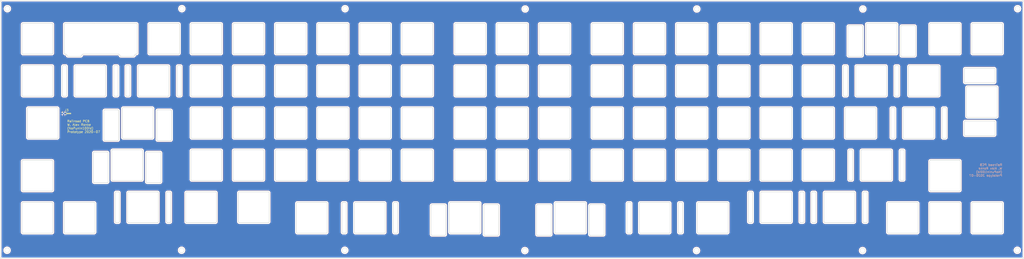
<source format=kicad_pcb>
(kicad_pcb (version 20171130) (host pcbnew "(5.1.6)-1")
  (layers (0 F.Cu signal) (31 B.Cu signal) (34 B.Paste user) (35 F.Paste user) (36 B.SilkS user) (37 F.SilkS user) (38 B.Mask user) (39 F.Mask user) (44 Edge.Cuts user))
  (net 0 "")
  (net 1 GND2)
  (module Connector_PinHeader_1.00mm:PinHeader_1x01_P1.00mm_Horizontal (layer F.Cu) (at 21.209 396.621)
    (fp_text reference J3 (at 1.375 -1.5) (layer F.SilkS))
    (fp_text value Conn_01x01)
    (pad 1 thru_hole rect (at 0 0) (size 0.85 0.85) (drill 0.5) (layers *.Cu *.Mask) (net 1 GND2))
  )
  (gr_line (start 114.05235 432.5112) (end 114.05235 445.5112) (layer Edge.Cuts) (width 0.2))
  (gr_arc (start 113.55235 445.5112) (end 113.55235 446.0112) (angle -90) (layer Edge.Cuts) (width 0.2))
  (gr_line (start 100.55235 432.0112) (end 113.55235 432.0112) (layer Edge.Cuts) (width 0.2))
  (gr_line (start 100.05235 432.5112) (end 100.05235 445.5112) (layer Edge.Cuts) (width 0.2))
  (gr_arc (start 100.55235 445.5112) (end 100.05235 445.5112) (angle -90) (layer Edge.Cuts) (width 0.2))
  (gr_line (start 100.55235 446.0112) (end 113.55235 446.0112) (layer Edge.Cuts) (width 0.2))
  (gr_arc (start 100.55235 432.5112) (end 100.55235 432.0112) (angle -90) (layer Edge.Cuts) (width 0.2))
  (gr_arc (start 113.55235 432.5112) (end 114.05235 432.5112) (angle -90) (layer Edge.Cuts) (width 0.2))
  (gr_arc (start 53.8091 370.3112) (end 53.3091 370.3112) (angle 90) (layer Edge.Cuts) (width 0.2))
  (gr_line (start 54.0211 369.811199) (end 53.8091 369.8112) (layer Edge.Cuts) (width 0.2))
  (gr_line (start 45.8471 369.811199) (end 46.0591 369.8112) (layer Edge.Cuts) (width 0.2))
  (gr_arc (start 46.0591 370.3112) (end 46.5591 370.3112) (angle -90) (layer Edge.Cuts) (width 0.2))
  (gr_line (start 30.1451 369.811199) (end 29.9331 369.8112) (layer Edge.Cuts) (width 0.2))
  (gr_arc (start 29.9331 370.3112) (end 29.4331 370.3112) (angle 90) (layer Edge.Cuts) (width 0.2))
  (gr_line (start 21.9711 369.811199) (end 22.1831 369.8112) (layer Edge.Cuts) (width 0.2))
  (gr_arc (start 22.1831 370.3112) (end 22.6831 370.3112) (angle -90) (layer Edge.Cuts) (width 0.2))
  (gr_arc (start 23.1831 370.3112) (end 22.6831 370.3112) (angle -90) (layer Edge.Cuts) (width 0.2))
  (gr_line (start 54.521099 356.3112) (end 54.521099 369.311199) (layer Edge.Cuts) (width 0.2))
  (gr_arc (start 54.021099 369.311199) (end 54.021099 369.811199) (angle -90) (layer Edge.Cuts) (width 0.2))
  (gr_line (start 34.971099 355.8112) (end 54.021099 355.8112) (layer Edge.Cuts) (width 0.2))
  (gr_arc (start 54.021099 356.3112) (end 54.521099 356.3112) (angle -90) (layer Edge.Cuts) (width 0.2))
  (gr_arc (start 21.9711 369.311199) (end 21.4711 369.311199) (angle -90) (layer Edge.Cuts) (width 0.2))
  (gr_arc (start 21.9711 356.3112) (end 21.9711 355.8112) (angle -90) (layer Edge.Cuts) (width 0.2))
  (gr_line (start 21.4711 356.3112) (end 21.4711 369.311199) (layer Edge.Cuts) (width 0.2))
  (gr_line (start 21.9711 355.8112) (end 34.971099 355.8112) (layer Edge.Cuts) (width 0.2))
  (gr_text "Railroad PCB\nW. Alex Ronke\n(NoPunIn10Did)\nPrototype 2020-07" (at 22.76475 402.49475) (layer F.SilkS) (effects (font (size 1 1)) (justify left)))
  (gr_text "Railroad PCB\nW. Alex Ronke\n(NoPunIn10Did)\nPrototype 2020-07" (at 444.886274 422.24325) (layer B.SilkS) (effects (font (size 1 1)) (justify left mirror)))
  (gr_circle (center 381.79375 458.59) (end 382.94375 458.59) (layer Edge.Cuts) (width 0.15))
  (gr_circle (center 381.92975 349.354) (end 383.07975 349.354) (layer Edge.Cuts) (width 0.15))
  (gr_circle (center 229.52975 349.354) (end 230.67975 349.354) (layer Edge.Cuts) (width 0.15))
  (gr_circle (center 451.64375 458.463) (end 452.79375 458.463) (layer Edge.Cuts) (width 0.15))
  (gr_circle (center -4.15025 349.227) (end -3.00025 349.227) (layer Edge.Cuts) (width 0.15))
  (gr_circle (center 306.86375 458.59) (end 308.01375 458.59) (layer Edge.Cuts) (width 0.15))
  (gr_circle (center 148.24975 349.227) (end 149.39975 349.227) (layer Edge.Cuts) (width 0.15))
  (gr_circle (center -4.28625 458.463) (end -3.13625 458.463) (layer Edge.Cuts) (width 0.15))
  (gr_circle (center 306.99975 349.354) (end 308.14975 349.354) (layer Edge.Cuts) (width 0.15))
  (gr_circle (center 229.39375 458.59) (end 230.54375 458.59) (layer Edge.Cuts) (width 0.15))
  (gr_circle (center 148.11375 458.463) (end 149.26375 458.463) (layer Edge.Cuts) (width 0.15))
  (gr_circle (center 451.77975 349.227) (end 452.92975 349.227) (layer Edge.Cuts) (width 0.15))
  (gr_circle (center 74.45375 458.454) (end 75.60375 458.454) (layer Edge.Cuts) (width 0.15))
  (gr_circle (center 74.58975 349.218) (end 75.73975 349.218) (layer Edge.Cuts) (width 0.15))
  (gr_arc (start -6.59765 461.53705) (end -7.3914 461.53705) (angle -90) (layer Edge.Cuts) (width 0.2))
  (gr_arc (start 453.77735 461.53705) (end 453.77735 462.3308) (angle -90) (layer Edge.Cuts) (width 0.2))
  (gr_arc (start 453.77735 346.18295) (end 454.5711 346.18295) (angle -90) (layer Edge.Cuts) (width 0.2))
  (gr_arc (start -6.59765 346.18295) (end -6.59765 345.3892) (angle -90) (layer Edge.Cuts) (width 0.2))
  (gr_arc (start 412.4961 450.2737) (end 411.9961 450.2737) (angle -90) (layer Edge.Cuts) (width 0.2))
  (gr_line (start -6.59765 345.3892) (end 453.77735 345.3892) (layer Edge.Cuts) (width 0.2))
  (gr_line (start 454.5711 346.18295) (end 454.5711 461.53705) (layer Edge.Cuts) (width 0.2))
  (gr_line (start 445.0461 437.2737) (end 445.0461 450.2737) (layer Edge.Cuts) (width 0.2))
  (gr_line (start 412.4961 450.7737) (end 425.4961 450.7737) (layer Edge.Cuts) (width 0.2))
  (gr_arc (start 444.5461 437.2737) (end 445.0461 437.2737) (angle -90) (layer Edge.Cuts) (width 0.2))
  (gr_line (start -7.3914 346.18295) (end -7.3914 461.53705) (layer Edge.Cuts) (width 0.2))
  (gr_line (start 411.9961 437.2737) (end 411.9961 450.2737) (layer Edge.Cuts) (width 0.2))
  (gr_line (start -6.59765 462.3308) (end 453.77735 462.3308) (layer Edge.Cuts) (width 0.2))
  (gr_line (start 431.5461 436.7737) (end 444.5461 436.7737) (layer Edge.Cuts) (width 0.2))
  (gr_arc (start 444.5461 450.2737) (end 444.5461 450.7737) (angle -90) (layer Edge.Cuts) (width 0.2))
  (gr_line (start 412.4961 436.7737) (end 425.4961 436.7737) (layer Edge.Cuts) (width 0.2))
  (gr_arc (start 425.4961 450.2737) (end 425.4961 450.7737) (angle -90) (layer Edge.Cuts) (width 0.2))
  (gr_arc (start 431.5461 437.2737) (end 431.5461 436.7737) (angle -90) (layer Edge.Cuts) (width 0.2))
  (gr_arc (start 431.5461 450.2737) (end 431.0461 450.2737) (angle -90) (layer Edge.Cuts) (width 0.2))
  (gr_line (start 431.5461 450.7737) (end 444.5461 450.7737) (layer Edge.Cuts) (width 0.2))
  (gr_arc (start 425.4961 437.2737) (end 425.9961 437.2737) (angle -90) (layer Edge.Cuts) (width 0.2))
  (gr_arc (start 412.4961 437.2737) (end 412.4961 436.7737) (angle -90) (layer Edge.Cuts) (width 0.2))
  (gr_line (start 425.9961 437.2737) (end 425.9961 450.2737) (layer Edge.Cuts) (width 0.2))
  (gr_line (start 431.0461 437.2737) (end 431.0461 450.2737) (layer Edge.Cuts) (width 0.2))
  (gr_arc (start 243.42735 437.2737) (end 243.42735 436.7737) (angle -90) (layer Edge.Cuts) (width 0.2))
  (gr_arc (start 406.4461 450.2737) (end 406.4461 450.7737) (angle -90) (layer Edge.Cuts) (width 0.2))
  (gr_arc (start 393.4461 450.2737) (end 392.9461 450.2737) (angle -90) (layer Edge.Cuts) (width 0.2))
  (gr_arc (start 258.99035 438.2737) (end 258.99035 437.7737) (angle -90) (layer Edge.Cuts) (width 0.2))
  (gr_line (start 241.36435 438.2737) (end 241.36435 451.2737) (layer Edge.Cuts) (width 0.2))
  (gr_arc (start 406.4461 437.2737) (end 406.9461 437.2737) (angle -90) (layer Edge.Cuts) (width 0.2))
  (gr_line (start 393.4461 436.7737) (end 406.4461 436.7737) (layer Edge.Cuts) (width 0.2))
  (gr_line (start 275.92735 450.7737) (end 276.92735 450.7737) (layer Edge.Cuts) (width 0.2))
  (gr_arc (start 300.12735 437.2737) (end 300.62735 437.2737) (angle -90) (layer Edge.Cuts) (width 0.2))
  (gr_arc (start 256.42735 437.2737) (end 256.92735 437.2737) (angle -90) (layer Edge.Cuts) (width 0.2))
  (gr_line (start 406.9461 437.2737) (end 406.9461 450.2737) (layer Edge.Cuts) (width 0.2))
  (gr_line (start 307.7211 450.7737) (end 320.7211 450.7737) (layer Edge.Cuts) (width 0.2))
  (gr_line (start 275.42735 437.2737) (end 275.42735 450.2737) (layer Edge.Cuts) (width 0.2))
  (gr_line (start 275.92735 436.7737) (end 276.92735 436.7737) (layer Edge.Cuts) (width 0.2))
  (gr_line (start 243.42735 450.7737) (end 256.42735 450.7737) (layer Edge.Cuts) (width 0.2))
  (gr_line (start 299.12735 450.7737) (end 300.12735 450.7737) (layer Edge.Cuts) (width 0.2))
  (gr_arc (start 294.52735 437.2737) (end 295.02735 437.2737) (angle -90) (layer Edge.Cuts) (width 0.2))
  (gr_line (start 281.52735 436.7737) (end 294.52735 436.7737) (layer Edge.Cuts) (width 0.2))
  (gr_arc (start 258.99035 451.2737) (end 258.49035 451.2737) (angle -90) (layer Edge.Cuts) (width 0.2))
  (gr_line (start 281.02735 437.2737) (end 281.02735 450.2737) (layer Edge.Cuts) (width 0.2))
  (gr_arc (start 300.12735 450.2737) (end 300.12735 450.7737) (angle -90) (layer Edge.Cuts) (width 0.2))
  (gr_arc (start 264.74035 451.2737) (end 264.74035 451.7737) (angle -90) (layer Edge.Cuts) (width 0.2))
  (gr_line (start 307.2211 437.2737) (end 307.2211 450.2737) (layer Edge.Cuts) (width 0.2))
  (gr_line (start 307.7211 436.7737) (end 320.7211 436.7737) (layer Edge.Cuts) (width 0.2))
  (gr_arc (start 275.92735 437.2737) (end 275.92735 436.7737) (angle -90) (layer Edge.Cuts) (width 0.2))
  (gr_arc (start 299.12735 450.2737) (end 298.62735 450.2737) (angle -90) (layer Edge.Cuts) (width 0.2))
  (gr_arc (start 281.52735 450.2737) (end 281.02735 450.2737) (angle -90) (layer Edge.Cuts) (width 0.2))
  (gr_arc (start 240.86435 438.2737) (end 241.36435 438.2737) (angle -90) (layer Edge.Cuts) (width 0.2))
  (gr_line (start 243.42735 436.7737) (end 256.42735 436.7737) (layer Edge.Cuts) (width 0.2))
  (gr_arc (start 281.52735 437.2737) (end 281.52735 436.7737) (angle -90) (layer Edge.Cuts) (width 0.2))
  (gr_arc (start 294.52735 450.2737) (end 294.52735 450.7737) (angle -90) (layer Edge.Cuts) (width 0.2))
  (gr_line (start 298.62735 437.2737) (end 298.62735 450.2737) (layer Edge.Cuts) (width 0.2))
  (gr_line (start 258.99035 437.7737) (end 264.74035 437.7737) (layer Edge.Cuts) (width 0.2))
  (gr_arc (start 264.74035 438.2737) (end 265.24035 438.2737) (angle -90) (layer Edge.Cuts) (width 0.2))
  (gr_line (start 242.92735 437.2737) (end 242.92735 450.2737) (layer Edge.Cuts) (width 0.2))
  (gr_line (start 299.12735 436.7737) (end 300.12735 436.7737) (layer Edge.Cuts) (width 0.2))
  (gr_arc (start 235.11435 438.2737) (end 235.11435 437.7737) (angle -90) (layer Edge.Cuts) (width 0.2))
  (gr_line (start 281.52735 450.7737) (end 294.52735 450.7737) (layer Edge.Cuts) (width 0.2))
  (gr_arc (start 393.4461 437.2737) (end 393.4461 436.7737) (angle -90) (layer Edge.Cuts) (width 0.2))
  (gr_line (start 392.9461 437.2737) (end 392.9461 450.2737) (layer Edge.Cuts) (width 0.2))
  (gr_line (start 393.4461 450.7737) (end 406.4461 450.7737) (layer Edge.Cuts) (width 0.2))
  (gr_arc (start 307.7211 450.2737) (end 307.2211 450.2737) (angle -90) (layer Edge.Cuts) (width 0.2))
  (gr_arc (start 276.92735 450.2737) (end 276.92735 450.7737) (angle -90) (layer Edge.Cuts) (width 0.2))
  (gr_arc (start 320.7211 437.2737) (end 321.2211 437.2737) (angle -90) (layer Edge.Cuts) (width 0.2))
  (gr_arc (start 276.92735 437.2737) (end 277.42735 437.2737) (angle -90) (layer Edge.Cuts) (width 0.2))
  (gr_line (start 258.49035 438.2737) (end 258.49035 451.2737) (layer Edge.Cuts) (width 0.2))
  (gr_arc (start 307.7211 437.2737) (end 307.7211 436.7737) (angle -90) (layer Edge.Cuts) (width 0.2))
  (gr_arc (start 275.92735 450.2737) (end 275.42735 450.2737) (angle -90) (layer Edge.Cuts) (width 0.2))
  (gr_line (start 256.92735 437.2737) (end 256.92735 450.2737) (layer Edge.Cuts) (width 0.2))
  (gr_line (start 277.42735 437.2737) (end 277.42735 450.2737) (layer Edge.Cuts) (width 0.2))
  (gr_line (start 295.02735 437.2737) (end 295.02735 450.2737) (layer Edge.Cuts) (width 0.2))
  (gr_arc (start 235.11435 451.2737) (end 234.61435 451.2737) (angle -90) (layer Edge.Cuts) (width 0.2))
  (gr_line (start 234.61435 438.2737) (end 234.61435 451.2737) (layer Edge.Cuts) (width 0.2))
  (gr_arc (start 299.12735 437.2737) (end 299.12735 436.7737) (angle -90) (layer Edge.Cuts) (width 0.2))
  (gr_line (start 300.62735 437.2737) (end 300.62735 450.2737) (layer Edge.Cuts) (width 0.2))
  (gr_line (start 235.11435 451.7737) (end 240.86435 451.7737) (layer Edge.Cuts) (width 0.2))
  (gr_line (start 265.24035 438.2737) (end 265.24035 451.2737) (layer Edge.Cuts) (width 0.2))
  (gr_line (start 235.11435 437.7737) (end 240.86435 437.7737) (layer Edge.Cuts) (width 0.2))
  (gr_line (start 258.99035 451.7737) (end 264.74035 451.7737) (layer Edge.Cuts) (width 0.2))
  (gr_line (start 321.2211 437.2737) (end 321.2211 450.2737) (layer Edge.Cuts) (width 0.2))
  (gr_arc (start 243.42735 450.2737) (end 242.92735 450.2737) (angle -90) (layer Edge.Cuts) (width 0.2))
  (gr_arc (start 256.42735 450.2737) (end 256.42735 450.7737) (angle -90) (layer Edge.Cuts) (width 0.2))
  (gr_arc (start 320.7211 450.2737) (end 320.7211 450.7737) (angle -90) (layer Edge.Cuts) (width 0.2))
  (gr_arc (start 240.86435 451.2737) (end 240.86435 451.7737) (angle -90) (layer Edge.Cuts) (width 0.2))
  (gr_line (start 353.8961 432.0112) (end 354.8961 432.0112) (layer Edge.Cuts) (width 0.2))
  (gr_arc (start 360.2711 432.5112) (end 360.7711 432.5112) (angle -90) (layer Edge.Cuts) (width 0.2))
  (gr_line (start 330.6961 432.0112) (end 331.6961 432.0112) (layer Edge.Cuts) (width 0.2))
  (gr_line (start 359.2711 446.0112) (end 360.2711 446.0112) (layer Edge.Cuts) (width 0.2))
  (gr_arc (start 331.6961 445.5112) (end 331.6961 446.0112) (angle -90) (layer Edge.Cuts) (width 0.2))
  (gr_arc (start 15.921099 437.2737) (end 16.421099 437.2737) (angle -90) (layer Edge.Cuts) (width 0.2))
  (gr_arc (start 359.2711 445.5112) (end 358.7711 445.5112) (angle -90) (layer Edge.Cuts) (width 0.2))
  (gr_arc (start 359.2711 432.5112) (end 359.2711 432.0112) (angle -90) (layer Edge.Cuts) (width 0.2))
  (gr_line (start 353.8961 446.0112) (end 354.8961 446.0112) (layer Edge.Cuts) (width 0.2))
  (gr_arc (start 383.4711 432.5112) (end 383.9711 432.5112) (angle -90) (layer Edge.Cuts) (width 0.2))
  (gr_line (start 382.4711 446.0112) (end 383.4711 446.0112) (layer Edge.Cuts) (width 0.2))
  (gr_arc (start 364.8711 432.5112) (end 364.8711 432.0112) (angle -90) (layer Edge.Cuts) (width 0.2))
  (gr_arc (start 364.8711 445.5112) (end 364.3711 445.5112) (angle -90) (layer Edge.Cuts) (width 0.2))
  (gr_arc (start 2.9211 437.2737) (end 2.9211 436.7737) (angle -90) (layer Edge.Cuts) (width 0.2))
  (gr_line (start 360.7711 432.5112) (end 360.7711 445.5112) (layer Edge.Cuts) (width 0.2))
  (gr_line (start 330.1961 432.5112) (end 330.1961 445.5112) (layer Edge.Cuts) (width 0.2))
  (gr_line (start 2.9211 436.7737) (end 15.921099 436.7737) (layer Edge.Cuts) (width 0.2))
  (gr_line (start 332.1961 432.5112) (end 332.1961 445.5112) (layer Edge.Cuts) (width 0.2))
  (gr_line (start 358.7711 432.5112) (end 358.7711 445.5112) (layer Edge.Cuts) (width 0.2))
  (gr_line (start 381.9711 432.5112) (end 381.9711 445.5112) (layer Edge.Cuts) (width 0.2))
  (gr_arc (start 382.4711 445.5112) (end 381.9711 445.5112) (angle -90) (layer Edge.Cuts) (width 0.2))
  (gr_line (start 382.4711 432.0112) (end 383.4711 432.0112) (layer Edge.Cuts) (width 0.2))
  (gr_line (start 383.9711 432.5112) (end 383.9711 445.5112) (layer Edge.Cuts) (width 0.2))
  (gr_line (start 364.8711 446.0112) (end 377.8711 446.0112) (layer Edge.Cuts) (width 0.2))
  (gr_arc (start 382.4711 432.5112) (end 382.4711 432.0112) (angle -90) (layer Edge.Cuts) (width 0.2))
  (gr_arc (start 377.8711 432.5112) (end 378.3711 432.5112) (angle -90) (layer Edge.Cuts) (width 0.2))
  (gr_arc (start 353.8961 432.5112) (end 353.8961 432.0112) (angle -90) (layer Edge.Cuts) (width 0.2))
  (gr_line (start 330.6961 446.0112) (end 331.6961 446.0112) (layer Edge.Cuts) (width 0.2))
  (gr_arc (start 336.2961 445.5112) (end 335.7961 445.5112) (angle -90) (layer Edge.Cuts) (width 0.2))
  (gr_line (start 364.8711 432.0112) (end 377.8711 432.0112) (layer Edge.Cuts) (width 0.2))
  (gr_arc (start 15.921099 450.2737) (end 15.921099 450.7737) (angle -90) (layer Edge.Cuts) (width 0.2))
  (gr_line (start 16.421099 437.2737) (end 16.421099 450.2737) (layer Edge.Cuts) (width 0.2))
  (gr_line (start 2.4211 437.2737) (end 2.4211 450.2737) (layer Edge.Cuts) (width 0.2))
  (gr_line (start 2.9211 450.7737) (end 15.921099 450.7737) (layer Edge.Cuts) (width 0.2))
  (gr_arc (start 360.2711 445.5112) (end 360.2711 446.0112) (angle -90) (layer Edge.Cuts) (width 0.2))
  (gr_line (start 359.2711 432.0112) (end 360.2711 432.0112) (layer Edge.Cuts) (width 0.2))
  (gr_arc (start 383.4711 445.5112) (end 383.4711 446.0112) (angle -90) (layer Edge.Cuts) (width 0.2))
  (gr_arc (start 353.8961 445.5112) (end 353.3961 445.5112) (angle -90) (layer Edge.Cuts) (width 0.2))
  (gr_arc (start 377.8711 445.5112) (end 377.8711 446.0112) (angle -90) (layer Edge.Cuts) (width 0.2))
  (gr_arc (start 349.2961 445.5112) (end 349.2961 446.0112) (angle -90) (layer Edge.Cuts) (width 0.2))
  (gr_line (start 364.3711 432.5112) (end 364.3711 445.5112) (layer Edge.Cuts) (width 0.2))
  (gr_arc (start 330.6961 445.5112) (end 330.1961 445.5112) (angle -90) (layer Edge.Cuts) (width 0.2))
  (gr_arc (start 331.6961 432.5112) (end 332.1961 432.5112) (angle -90) (layer Edge.Cuts) (width 0.2))
  (gr_arc (start 330.6961 432.5112) (end 330.6961 432.0112) (angle -90) (layer Edge.Cuts) (width 0.2))
  (gr_arc (start 354.8961 445.5112) (end 354.8961 446.0112) (angle -90) (layer Edge.Cuts) (width 0.2))
  (gr_arc (start 354.8961 432.5112) (end 355.3961 432.5112) (angle -90) (layer Edge.Cuts) (width 0.2))
  (gr_arc (start 349.2961 432.5112) (end 349.7961 432.5112) (angle -90) (layer Edge.Cuts) (width 0.2))
  (gr_arc (start 336.2961 432.5112) (end 336.2961 432.0112) (angle -90) (layer Edge.Cuts) (width 0.2))
  (gr_arc (start 2.9211 450.2737) (end 2.4211 450.2737) (angle -90) (layer Edge.Cuts) (width 0.2))
  (gr_line (start 353.3961 432.5112) (end 353.3961 445.5112) (layer Edge.Cuts) (width 0.2))
  (gr_line (start 355.3961 432.5112) (end 355.3961 445.5112) (layer Edge.Cuts) (width 0.2))
  (gr_line (start 378.3711 432.5112) (end 378.3711 445.5112) (layer Edge.Cuts) (width 0.2))
  (gr_arc (start 89.73985 432.5112) (end 90.23985 432.5112) (angle -90) (layer Edge.Cuts) (width 0.2))
  (gr_arc (start 399.13985 426.4612) (end 398.63985 426.4612) (angle -90) (layer Edge.Cuts) (width 0.2))
  (gr_line (start 76.73985 446.0112) (end 89.73985 446.0112) (layer Edge.Cuts) (width 0.2))
  (gr_line (start 50.0461 432.5112) (end 50.0461 445.5112) (layer Edge.Cuts) (width 0.2))
  (gr_line (start 50.5461 432.0112) (end 63.5461 432.0112) (layer Edge.Cuts) (width 0.2))
  (gr_line (start 411.9961 418.2237) (end 411.9961 431.2237) (layer Edge.Cuts) (width 0.2))
  (gr_arc (start 412.4961 431.2237) (end 411.9961 431.2237) (angle -90) (layer Edge.Cuts) (width 0.2))
  (gr_line (start 412.4961 417.7237) (end 425.4961 417.7237) (layer Edge.Cuts) (width 0.2))
  (gr_line (start 377.43985 413.4612) (end 377.43985 426.4612) (layer Edge.Cuts) (width 0.2))
  (gr_line (start 412.4961 431.7237) (end 425.4961 431.7237) (layer Edge.Cuts) (width 0.2))
  (gr_arc (start 76.73985 445.5112) (end 76.23985 445.5112) (angle -90) (layer Edge.Cuts) (width 0.2))
  (gr_arc (start 45.9461 432.5112) (end 46.4461 432.5112) (angle -90) (layer Edge.Cuts) (width 0.2))
  (gr_arc (start 63.5461 445.5112) (end 63.5461 446.0112) (angle -90) (layer Edge.Cuts) (width 0.2))
  (gr_line (start 336.2961 446.0112) (end 349.2961 446.0112) (layer Edge.Cuts) (width 0.2))
  (gr_arc (start 76.73985 432.5112) (end 76.73985 432.0112) (angle -90) (layer Edge.Cuts) (width 0.2))
  (gr_arc (start 63.5461 432.5112) (end 64.0461 432.5112) (angle -90) (layer Edge.Cuts) (width 0.2))
  (gr_line (start 46.4461 432.5112) (end 46.4461 445.5112) (layer Edge.Cuts) (width 0.2))
  (gr_line (start 44.4461 432.5112) (end 44.4461 445.5112) (layer Edge.Cuts) (width 0.2))
  (gr_line (start 16.421099 418.2237) (end 16.421099 431.2237) (layer Edge.Cuts) (width 0.2))
  (gr_line (start 375.43985 413.4612) (end 375.43985 426.4612) (layer Edge.Cuts) (width 0.2))
  (gr_arc (start 68.1461 445.5112) (end 67.6461 445.5112) (angle -90) (layer Edge.Cuts) (width 0.2))
  (gr_line (start 64.0461 432.5112) (end 64.0461 445.5112) (layer Edge.Cuts) (width 0.2))
  (gr_arc (start 15.921099 431.2237) (end 15.921099 431.7237) (angle -90) (layer Edge.Cuts) (width 0.2))
  (gr_arc (start 412.4961 418.2237) (end 412.4961 417.7237) (angle -90) (layer Edge.Cuts) (width 0.2))
  (gr_arc (start 376.93985 413.4612) (end 377.43985 413.4612) (angle -90) (layer Edge.Cuts) (width 0.2))
  (gr_line (start 68.1461 446.0112) (end 69.1461 446.0112) (layer Edge.Cuts) (width 0.2))
  (gr_arc (start 50.5461 432.5112) (end 50.5461 432.0112) (angle -90) (layer Edge.Cuts) (width 0.2))
  (gr_arc (start 15.921099 418.2237) (end 16.421099 418.2237) (angle -90) (layer Edge.Cuts) (width 0.2))
  (gr_arc (start 400.13985 426.4612) (end 400.13985 426.9612) (angle -90) (layer Edge.Cuts) (width 0.2))
  (gr_arc (start 425.4961 431.2237) (end 425.4961 431.7237) (angle -90) (layer Edge.Cuts) (width 0.2))
  (gr_line (start 375.93985 426.9612) (end 376.93985 426.9612) (layer Edge.Cuts) (width 0.2))
  (gr_line (start 69.6461 432.5112) (end 69.6461 445.5112) (layer Edge.Cuts) (width 0.2))
  (gr_arc (start 375.93985 426.4612) (end 375.43985 426.4612) (angle -90) (layer Edge.Cuts) (width 0.2))
  (gr_line (start 375.93985 412.9612) (end 376.93985 412.9612) (layer Edge.Cuts) (width 0.2))
  (gr_arc (start 44.9461 445.5112) (end 44.4461 445.5112) (angle -90) (layer Edge.Cuts) (width 0.2))
  (gr_arc (start 68.1461 432.5112) (end 68.1461 432.0112) (angle -90) (layer Edge.Cuts) (width 0.2))
  (gr_arc (start 44.9461 432.5112) (end 44.9461 432.0112) (angle -90) (layer Edge.Cuts) (width 0.2))
  (gr_line (start 425.9961 418.2237) (end 425.9961 431.2237) (layer Edge.Cuts) (width 0.2))
  (gr_line (start 44.9461 432.0112) (end 45.9461 432.0112) (layer Edge.Cuts) (width 0.2))
  (gr_arc (start 45.9461 445.5112) (end 45.9461 446.0112) (angle -90) (layer Edge.Cuts) (width 0.2))
  (gr_arc (start 50.5461 445.5112) (end 50.0461 445.5112) (angle -90) (layer Edge.Cuts) (width 0.2))
  (gr_line (start 2.9211 431.7237) (end 15.921099 431.7237) (layer Edge.Cuts) (width 0.2))
  (gr_line (start 2.9211 417.7237) (end 15.921099 417.7237) (layer Edge.Cuts) (width 0.2))
  (gr_line (start 336.2961 432.0112) (end 349.2961 432.0112) (layer Edge.Cuts) (width 0.2))
  (gr_line (start 76.23985 432.5112) (end 76.23985 445.5112) (layer Edge.Cuts) (width 0.2))
  (gr_line (start 76.73985 432.0112) (end 89.73985 432.0112) (layer Edge.Cuts) (width 0.2))
  (gr_line (start 67.6461 432.5112) (end 67.6461 445.5112) (layer Edge.Cuts) (width 0.2))
  (gr_line (start 50.5461 446.0112) (end 63.5461 446.0112) (layer Edge.Cuts) (width 0.2))
  (gr_arc (start 400.13985 413.4612) (end 400.63985 413.4612) (angle -90) (layer Edge.Cuts) (width 0.2))
  (gr_arc (start 425.4961 418.2237) (end 425.9961 418.2237) (angle -90) (layer Edge.Cuts) (width 0.2))
  (gr_arc (start 399.13985 413.4612) (end 399.13985 412.9612) (angle -90) (layer Edge.Cuts) (width 0.2))
  (gr_line (start 90.23985 432.5112) (end 90.23985 445.5112) (layer Edge.Cuts) (width 0.2))
  (gr_arc (start 2.9211 418.2237) (end 2.9211 417.7237) (angle -90) (layer Edge.Cuts) (width 0.2))
  (gr_line (start 44.9461 446.0112) (end 45.9461 446.0112) (layer Edge.Cuts) (width 0.2))
  (gr_arc (start 69.1461 445.5112) (end 69.1461 446.0112) (angle -90) (layer Edge.Cuts) (width 0.2))
  (gr_arc (start 2.9211 431.2237) (end 2.4211 431.2237) (angle -90) (layer Edge.Cuts) (width 0.2))
  (gr_arc (start 69.1461 432.5112) (end 69.6461 432.5112) (angle -90) (layer Edge.Cuts) (width 0.2))
  (gr_line (start 68.1461 432.0112) (end 69.1461 432.0112) (layer Edge.Cuts) (width 0.2))
  (gr_line (start 2.4211 418.2237) (end 2.4211 431.2237) (layer Edge.Cuts) (width 0.2))
  (gr_arc (start 376.93985 426.4612) (end 376.93985 426.9612) (angle -90) (layer Edge.Cuts) (width 0.2))
  (gr_line (start 349.7961 432.5112) (end 349.7961 445.5112) (layer Edge.Cuts) (width 0.2))
  (gr_line (start 335.7961 432.5112) (end 335.7961 445.5112) (layer Edge.Cuts) (width 0.2))
  (gr_arc (start 89.73985 445.5112) (end 89.73985 446.0112) (angle -90) (layer Edge.Cuts) (width 0.2))
  (gr_arc (start 375.93985 413.4612) (end 375.93985 412.9612) (angle -90) (layer Edge.Cuts) (width 0.2))
  (gr_arc (start 279.1461 413.4612) (end 279.1461 412.9612) (angle -90) (layer Edge.Cuts) (width 0.2))
  (gr_line (start 399.13985 426.9612) (end 400.13985 426.9612) (layer Edge.Cuts) (width 0.2))
  (gr_line (start 330.7461 413.4612) (end 330.7461 426.4612) (layer Edge.Cuts) (width 0.2))
  (gr_arc (start 298.1961 413.4612) (end 298.1961 412.9612) (angle -90) (layer Edge.Cuts) (width 0.2))
  (gr_line (start 260.0961 426.9612) (end 273.0961 426.9612) (layer Edge.Cuts) (width 0.2))
  (gr_line (start 399.13985 412.9612) (end 400.13985 412.9612) (layer Edge.Cuts) (width 0.2))
  (gr_line (start 381.53985 426.9612) (end 394.53985 426.9612) (layer Edge.Cuts) (width 0.2))
  (gr_arc (start 368.3461 413.4612) (end 368.8461 413.4612) (angle -90) (layer Edge.Cuts) (width 0.2))
  (gr_arc (start 249.2836 413.4612) (end 249.7836 413.4612) (angle -90) (layer Edge.Cuts) (width 0.2))
  (gr_arc (start 292.1461 413.4612) (end 292.6461 413.4612) (angle -90) (layer Edge.Cuts) (width 0.2))
  (gr_line (start 381.03985 413.4612) (end 381.03985 426.4612) (layer Edge.Cuts) (width 0.2))
  (gr_line (start 273.5961 413.4612) (end 273.5961 426.4612) (layer Edge.Cuts) (width 0.2))
  (gr_line (start 259.5961 413.4612) (end 259.5961 426.4612) (layer Edge.Cuts) (width 0.2))
  (gr_arc (start 394.53985 426.4612) (end 394.53985 426.9612) (angle -90) (layer Edge.Cuts) (width 0.2))
  (gr_line (start 381.53985 412.9612) (end 394.53985 412.9612) (layer Edge.Cuts) (width 0.2))
  (gr_line (start 355.3461 426.9612) (end 368.3461 426.9612) (layer Edge.Cuts) (width 0.2))
  (gr_arc (start 349.2961 413.4612) (end 349.7961 413.4612) (angle -90) (layer Edge.Cuts) (width 0.2))
  (gr_line (start 336.2961 412.9612) (end 349.2961 412.9612) (layer Edge.Cuts) (width 0.2))
  (gr_arc (start 298.1961 426.4612) (end 297.6961 426.4612) (angle -90) (layer Edge.Cuts) (width 0.2))
  (gr_line (start 335.7961 413.4612) (end 335.7961 426.4612) (layer Edge.Cuts) (width 0.2))
  (gr_arc (start 368.3461 426.4612) (end 368.3461 426.9612) (angle -90) (layer Edge.Cuts) (width 0.2))
  (gr_arc (start 311.1961 426.4612) (end 311.1961 426.9612) (angle -90) (layer Edge.Cuts) (width 0.2))
  (gr_arc (start 381.53985 413.4612) (end 381.53985 412.9612) (angle -90) (layer Edge.Cuts) (width 0.2))
  (gr_arc (start 355.3461 426.4612) (end 354.8461 426.4612) (angle -90) (layer Edge.Cuts) (width 0.2))
  (gr_line (start 354.8461 413.4612) (end 354.8461 426.4612) (layer Edge.Cuts) (width 0.2))
  (gr_arc (start 336.2961 426.4612) (end 335.7961 426.4612) (angle -90) (layer Edge.Cuts) (width 0.2))
  (gr_arc (start 330.2461 413.4612) (end 330.7461 413.4612) (angle -90) (layer Edge.Cuts) (width 0.2))
  (gr_arc (start 260.0961 426.4612) (end 259.5961 426.4612) (angle -90) (layer Edge.Cuts) (width 0.2))
  (gr_arc (start 273.0961 426.4612) (end 273.0961 426.9612) (angle -90) (layer Edge.Cuts) (width 0.2))
  (gr_arc (start 336.2961 413.4612) (end 336.2961 412.9612) (angle -90) (layer Edge.Cuts) (width 0.2))
  (gr_arc (start 349.2961 426.4612) (end 349.2961 426.9612) (angle -90) (layer Edge.Cuts) (width 0.2))
  (gr_line (start 298.1961 412.9612) (end 311.1961 412.9612) (layer Edge.Cuts) (width 0.2))
  (gr_line (start 260.0961 412.9612) (end 273.0961 412.9612) (layer Edge.Cuts) (width 0.2))
  (gr_arc (start 311.1961 413.4612) (end 311.6961 413.4612) (angle -90) (layer Edge.Cuts) (width 0.2))
  (gr_line (start 278.6461 413.4612) (end 278.6461 426.4612) (layer Edge.Cuts) (width 0.2))
  (gr_line (start 355.3461 412.9612) (end 368.3461 412.9612) (layer Edge.Cuts) (width 0.2))
  (gr_arc (start 317.2461 413.4612) (end 317.2461 412.9612) (angle -90) (layer Edge.Cuts) (width 0.2))
  (gr_line (start 336.2961 426.9612) (end 349.2961 426.9612) (layer Edge.Cuts) (width 0.2))
  (gr_arc (start 381.53985 426.4612) (end 381.03985 426.4612) (angle -90) (layer Edge.Cuts) (width 0.2))
  (gr_arc (start 394.53985 413.4612) (end 395.03985 413.4612) (angle -90) (layer Edge.Cuts) (width 0.2))
  (gr_line (start 395.03985 413.4612) (end 395.03985 426.4612) (layer Edge.Cuts) (width 0.2))
  (gr_arc (start 355.3461 413.4612) (end 355.3461 412.9612) (angle -90) (layer Edge.Cuts) (width 0.2))
  (gr_line (start 368.8461 413.4612) (end 368.8461 426.4612) (layer Edge.Cuts) (width 0.2))
  (gr_line (start 349.7961 413.4612) (end 349.7961 426.4612) (layer Edge.Cuts) (width 0.2))
  (gr_arc (start 317.2461 426.4612) (end 316.7461 426.4612) (angle -90) (layer Edge.Cuts) (width 0.2))
  (gr_line (start 297.6961 413.4612) (end 297.6961 426.4612) (layer Edge.Cuts) (width 0.2))
  (gr_line (start 316.7461 413.4612) (end 316.7461 426.4612) (layer Edge.Cuts) (width 0.2))
  (gr_arc (start 236.2836 413.4612) (end 236.2836 412.9612) (angle -90) (layer Edge.Cuts) (width 0.2))
  (gr_line (start 292.6461 413.4612) (end 292.6461 426.4612) (layer Edge.Cuts) (width 0.2))
  (gr_line (start 317.2461 426.9612) (end 330.2461 426.9612) (layer Edge.Cuts) (width 0.2))
  (gr_arc (start 236.2836 426.4612) (end 235.7836 426.4612) (angle -90) (layer Edge.Cuts) (width 0.2))
  (gr_line (start 317.2461 412.9612) (end 330.2461 412.9612) (layer Edge.Cuts) (width 0.2))
  (gr_line (start 311.6961 413.4612) (end 311.6961 426.4612) (layer Edge.Cuts) (width 0.2))
  (gr_arc (start 273.0961 413.4612) (end 273.5961 413.4612) (angle -90) (layer Edge.Cuts) (width 0.2))
  (gr_line (start 298.1961 426.9612) (end 311.1961 426.9612) (layer Edge.Cuts) (width 0.2))
  (gr_arc (start 260.0961 413.4612) (end 260.0961 412.9612) (angle -90) (layer Edge.Cuts) (width 0.2))
  (gr_line (start 279.1461 426.9612) (end 292.1461 426.9612) (layer Edge.Cuts) (width 0.2))
  (gr_line (start 279.1461 412.9612) (end 292.1461 412.9612) (layer Edge.Cuts) (width 0.2))
  (gr_arc (start 249.2836 426.4612) (end 249.2836 426.9612) (angle -90) (layer Edge.Cuts) (width 0.2))
  (gr_line (start 400.63985 413.4612) (end 400.63985 426.4612) (layer Edge.Cuts) (width 0.2))
  (gr_arc (start 279.1461 426.4612) (end 278.6461 426.4612) (angle -90) (layer Edge.Cuts) (width 0.2))
  (gr_arc (start 292.1461 426.4612) (end 292.1461 426.9612) (angle -90) (layer Edge.Cuts) (width 0.2))
  (gr_line (start 398.63985 413.4612) (end 398.63985 426.4612) (layer Edge.Cuts) (width 0.2))
  (gr_arc (start 330.2461 426.4612) (end 330.2461 426.9612) (angle -90) (layer Edge.Cuts) (width 0.2))
  (gr_arc (start 130.221099 426.4612) (end 130.221099 426.9612) (angle -90) (layer Edge.Cuts) (width 0.2))
  (gr_arc (start 136.2711 413.4612) (end 136.2711 412.9612) (angle -90) (layer Edge.Cuts) (width 0.2))
  (gr_line (start 136.2711 412.9612) (end 149.2711 412.9612) (layer Edge.Cuts) (width 0.2))
  (gr_line (start 117.2211 426.9612) (end 130.221099 426.9612) (layer Edge.Cuts) (width 0.2))
  (gr_arc (start 111.1711 426.4612) (end 111.1711 426.9612) (angle -90) (layer Edge.Cuts) (width 0.2))
  (gr_line (start 98.1711 412.9612) (end 111.1711 412.9612) (layer Edge.Cuts) (width 0.2))
  (gr_arc (start 174.3711 413.4612) (end 174.3711 412.9612) (angle -90) (layer Edge.Cuts) (width 0.2))
  (gr_arc (start 136.2711 426.4612) (end 135.7711 426.4612) (angle -90) (layer Edge.Cuts) (width 0.2))
  (gr_line (start 136.2711 426.9612) (end 149.2711 426.9612) (layer Edge.Cuts) (width 0.2))
  (gr_line (start 173.8711 413.4612) (end 173.8711 426.4612) (layer Edge.Cuts) (width 0.2))
  (gr_line (start 211.6836 413.4612) (end 211.6836 426.4612) (layer Edge.Cuts) (width 0.2))
  (gr_line (start 149.7711 413.4612) (end 149.7711 426.4612) (layer Edge.Cuts) (width 0.2))
  (gr_line (start 117.2211 412.9612) (end 130.221099 412.9612) (layer Edge.Cuts) (width 0.2))
  (gr_arc (start 111.1711 413.4612) (end 111.6711 413.4612) (angle -90) (layer Edge.Cuts) (width 0.2))
  (gr_line (start 98.1711 426.9612) (end 111.1711 426.9612) (layer Edge.Cuts) (width 0.2))
  (gr_line (start 198.1836 426.9612) (end 211.1836 426.9612) (layer Edge.Cuts) (width 0.2))
  (gr_arc (start 230.2336 426.4612) (end 230.2336 426.9612) (angle -90) (layer Edge.Cuts) (width 0.2))
  (gr_arc (start 217.2336 426.4612) (end 216.7336 426.4612) (angle -90) (layer Edge.Cuts) (width 0.2))
  (gr_arc (start 155.3211 413.4612) (end 155.3211 412.9612) (angle -90) (layer Edge.Cuts) (width 0.2))
  (gr_line (start 174.3711 412.9612) (end 187.3711 412.9612) (layer Edge.Cuts) (width 0.2))
  (gr_line (start 216.7336 413.4612) (end 216.7336 426.4612) (layer Edge.Cuts) (width 0.2))
  (gr_arc (start 187.3711 426.4612) (end 187.3711 426.9612) (angle -90) (layer Edge.Cuts) (width 0.2))
  (gr_line (start 97.6711 413.4612) (end 97.6711 426.4612) (layer Edge.Cuts) (width 0.2))
  (gr_line (start 116.7211 413.4612) (end 116.7211 426.4612) (layer Edge.Cuts) (width 0.2))
  (gr_arc (start 217.2336 413.4612) (end 217.2336 412.9612) (angle -90) (layer Edge.Cuts) (width 0.2))
  (gr_arc (start 211.1836 413.4612) (end 211.6836 413.4612) (angle -90) (layer Edge.Cuts) (width 0.2))
  (gr_line (start 198.1836 412.9612) (end 211.1836 412.9612) (layer Edge.Cuts) (width 0.2))
  (gr_line (start 187.8711 413.4612) (end 187.8711 426.4612) (layer Edge.Cuts) (width 0.2))
  (gr_arc (start 130.221099 413.4612) (end 130.721099 413.4612) (angle -90) (layer Edge.Cuts) (width 0.2))
  (gr_arc (start 98.1711 426.4612) (end 97.6711 426.4612) (angle -90) (layer Edge.Cuts) (width 0.2))
  (gr_arc (start 117.2211 413.4612) (end 117.2211 412.9612) (angle -90) (layer Edge.Cuts) (width 0.2))
  (gr_line (start 217.2336 412.9612) (end 230.2336 412.9612) (layer Edge.Cuts) (width 0.2))
  (gr_arc (start 211.1836 426.4612) (end 211.1836 426.9612) (angle -90) (layer Edge.Cuts) (width 0.2))
  (gr_line (start 197.6836 413.4612) (end 197.6836 426.4612) (layer Edge.Cuts) (width 0.2))
  (gr_line (start 154.8211 413.4612) (end 154.8211 426.4612) (layer Edge.Cuts) (width 0.2))
  (gr_line (start 155.3211 412.9612) (end 168.3211 412.9612) (layer Edge.Cuts) (width 0.2))
  (gr_arc (start 149.2711 426.4612) (end 149.2711 426.9612) (angle -90) (layer Edge.Cuts) (width 0.2))
  (gr_arc (start 92.1211 426.4612) (end 92.1211 426.9612) (angle -90) (layer Edge.Cuts) (width 0.2))
  (gr_arc (start 98.1711 413.4612) (end 98.1711 412.9612) (angle -90) (layer Edge.Cuts) (width 0.2))
  (gr_line (start 130.721099 413.4612) (end 130.721099 426.4612) (layer Edge.Cuts) (width 0.2))
  (gr_arc (start 79.1211 426.4612) (end 78.6211 426.4612) (angle -90) (layer Edge.Cuts) (width 0.2))
  (gr_line (start 249.7836 413.4612) (end 249.7836 426.4612) (layer Edge.Cuts) (width 0.2))
  (gr_arc (start 198.1836 426.4612) (end 197.6836 426.4612) (angle -90) (layer Edge.Cuts) (width 0.2))
  (gr_arc (start 168.3211 426.4612) (end 168.3211 426.9612) (angle -90) (layer Edge.Cuts) (width 0.2))
  (gr_line (start 111.6711 413.4612) (end 111.6711 426.4612) (layer Edge.Cuts) (width 0.2))
  (gr_line (start 155.3211 426.9612) (end 168.3211 426.9612) (layer Edge.Cuts) (width 0.2))
  (gr_arc (start 149.2711 413.4612) (end 149.7711 413.4612) (angle -90) (layer Edge.Cuts) (width 0.2))
  (gr_arc (start 79.1211 413.4612) (end 79.1211 412.9612) (angle -90) (layer Edge.Cuts) (width 0.2))
  (gr_arc (start 117.2211 426.4612) (end 116.7211 426.4612) (angle -90) (layer Edge.Cuts) (width 0.2))
  (gr_line (start 235.7836 413.4612) (end 235.7836 426.4612) (layer Edge.Cuts) (width 0.2))
  (gr_arc (start 187.3711 413.4612) (end 187.8711 413.4612) (angle -90) (layer Edge.Cuts) (width 0.2))
  (gr_arc (start 168.3211 413.4612) (end 168.8211 413.4612) (angle -90) (layer Edge.Cuts) (width 0.2))
  (gr_arc (start 92.1211 413.4612) (end 92.6211 413.4612) (angle -90) (layer Edge.Cuts) (width 0.2))
  (gr_arc (start 230.2336 413.4612) (end 230.7336 413.4612) (angle -90) (layer Edge.Cuts) (width 0.2))
  (gr_line (start 236.2836 426.9612) (end 249.2836 426.9612) (layer Edge.Cuts) (width 0.2))
  (gr_line (start 174.3711 426.9612) (end 187.3711 426.9612) (layer Edge.Cuts) (width 0.2))
  (gr_line (start 135.7711 413.4612) (end 135.7711 426.4612) (layer Edge.Cuts) (width 0.2))
  (gr_arc (start 198.1836 413.4612) (end 198.1836 412.9612) (angle -90) (layer Edge.Cuts) (width 0.2))
  (gr_line (start 230.7336 413.4612) (end 230.7336 426.4612) (layer Edge.Cuts) (width 0.2))
  (gr_line (start 217.2336 426.9612) (end 230.2336 426.9612) (layer Edge.Cuts) (width 0.2))
  (gr_line (start 236.2836 412.9612) (end 249.2836 412.9612) (layer Edge.Cuts) (width 0.2))
  (gr_arc (start 174.3711 426.4612) (end 173.8711 426.4612) (angle -90) (layer Edge.Cuts) (width 0.2))
  (gr_arc (start 155.3211 426.4612) (end 154.8211 426.4612) (angle -90) (layer Edge.Cuts) (width 0.2))
  (gr_line (start 168.8211 413.4612) (end 168.8211 426.4612) (layer Edge.Cuts) (width 0.2))
  (gr_arc (start 374.3961 394.4112) (end 374.3961 393.9112) (angle -90) (layer Edge.Cuts) (width 0.2))
  (gr_arc (start 64.71535 414.4612) (end 65.21535 414.4612) (angle -90) (layer Edge.Cuts) (width 0.2))
  (gr_line (start 414.08985 394.4112) (end 414.08985 407.4112) (layer Edge.Cuts) (width 0.2))
  (gr_line (start 35.08935 413.9612) (end 40.83935 413.9612) (layer Edge.Cuts) (width 0.2))
  (gr_arc (start 387.3961 407.4112) (end 387.3961 407.9112) (angle -90) (layer Edge.Cuts) (width 0.2))
  (gr_arc (start 58.96535 427.4612) (end 58.46535 427.4612) (angle -90) (layer Edge.Cuts) (width 0.2))
  (gr_line (start 65.21535 414.4612) (end 65.21535 427.4612) (layer Edge.Cuts) (width 0.2))
  (gr_line (start 373.8961 394.4112) (end 373.8961 407.4112) (layer Edge.Cuts) (width 0.2))
  (gr_line (start 43.40235 426.9612) (end 56.40235 426.9612) (layer Edge.Cuts) (width 0.2))
  (gr_arc (start 400.58985 407.4112) (end 400.08985 407.4112) (angle -90) (layer Edge.Cuts) (width 0.2))
  (gr_arc (start 394.98985 394.4112) (end 394.98985 393.9112) (angle -90) (layer Edge.Cuts) (width 0.2))
  (gr_line (start 396.48985 394.4112) (end 396.48985 407.4112) (layer Edge.Cuts) (width 0.2))
  (gr_line (start 394.48985 394.4112) (end 394.48985 407.4112) (layer Edge.Cuts) (width 0.2))
  (gr_line (start 58.96535 427.9612) (end 64.71535 427.9612) (layer Edge.Cuts) (width 0.2))
  (gr_arc (start 355.3461 407.4112) (end 354.8461 407.4112) (angle -90) (layer Edge.Cuts) (width 0.2))
  (gr_line (start 418.18985 393.9112) (end 419.18985 393.9112) (layer Edge.Cuts) (width 0.2))
  (gr_line (start 400.58985 393.9112) (end 413.58985 393.9112) (layer Edge.Cuts) (width 0.2))
  (gr_arc (start 43.40235 413.4612) (end 43.40235 412.9612) (angle -90) (layer Edge.Cuts) (width 0.2))
  (gr_arc (start 394.98985 407.4112) (end 394.48985 407.4112) (angle -90) (layer Edge.Cuts) (width 0.2))
  (gr_arc (start 418.18985 407.4112) (end 417.68985 407.4112) (angle -90) (layer Edge.Cuts) (width 0.2))
  (gr_line (start 419.68985 394.4112) (end 419.68985 407.4112) (layer Edge.Cuts) (width 0.2))
  (gr_line (start 58.46535 414.4612) (end 58.46535 427.4612) (layer Edge.Cuts) (width 0.2))
  (gr_arc (start 56.40235 426.4612) (end 56.40235 426.9612) (angle -90) (layer Edge.Cuts) (width 0.2))
  (gr_arc (start 419.18985 407.4112) (end 419.18985 407.9112) (angle -90) (layer Edge.Cuts) (width 0.2))
  (gr_arc (start 35.08935 427.4612) (end 34.58935 427.4612) (angle -90) (layer Edge.Cuts) (width 0.2))
  (gr_arc (start 58.96535 414.4612) (end 58.96535 413.9612) (angle -90) (layer Edge.Cuts) (width 0.2))
  (gr_line (start 400.58985 407.9112) (end 413.58985 407.9112) (layer Edge.Cuts) (width 0.2))
  (gr_line (start 58.96535 413.9612) (end 64.71535 413.9612) (layer Edge.Cuts) (width 0.2))
  (gr_line (start 374.3961 393.9112) (end 387.3961 393.9112) (layer Edge.Cuts) (width 0.2))
  (gr_line (start 394.98985 393.9112) (end 395.98985 393.9112) (layer Edge.Cuts) (width 0.2))
  (gr_line (start 56.90235 413.4612) (end 56.90235 426.4612) (layer Edge.Cuts) (width 0.2))
  (gr_arc (start 374.3961 407.4112) (end 373.8961 407.4112) (angle -90) (layer Edge.Cuts) (width 0.2))
  (gr_arc (start 387.3961 394.4112) (end 387.8961 394.4112) (angle -90) (layer Edge.Cuts) (width 0.2))
  (gr_line (start 387.8961 394.4112) (end 387.8961 407.4112) (layer Edge.Cuts) (width 0.2))
  (gr_arc (start 35.08935 414.4612) (end 35.08935 413.9612) (angle -90) (layer Edge.Cuts) (width 0.2))
  (gr_arc (start 56.40235 413.4612) (end 56.90235 413.4612) (angle -90) (layer Edge.Cuts) (width 0.2))
  (gr_line (start 43.40235 412.9612) (end 56.40235 412.9612) (layer Edge.Cuts) (width 0.2))
  (gr_arc (start 419.18985 394.4112) (end 419.68985 394.4112) (angle -90) (layer Edge.Cuts) (width 0.2))
  (gr_line (start 417.68985 394.4112) (end 417.68985 407.4112) (layer Edge.Cuts) (width 0.2))
  (gr_line (start 374.3961 407.9112) (end 387.3961 407.9112) (layer Edge.Cuts) (width 0.2))
  (gr_line (start 400.08985 394.4112) (end 400.08985 407.4112) (layer Edge.Cuts) (width 0.2))
  (gr_arc (start 395.98985 394.4112) (end 396.48985 394.4112) (angle -90) (layer Edge.Cuts) (width 0.2))
  (gr_line (start 79.1211 426.9612) (end 92.1211 426.9612) (layer Edge.Cuts) (width 0.2))
  (gr_arc (start 40.83935 427.4612) (end 40.83935 427.9612) (angle -90) (layer Edge.Cuts) (width 0.2))
  (gr_line (start 418.18985 407.9112) (end 419.18985 407.9112) (layer Edge.Cuts) (width 0.2))
  (gr_arc (start 368.3461 407.4112) (end 368.3461 407.9112) (angle -90) (layer Edge.Cuts) (width 0.2))
  (gr_line (start 41.33935 414.4612) (end 41.33935 427.4612) (layer Edge.Cuts) (width 0.2))
  (gr_arc (start 413.58985 407.4112) (end 413.58985 407.9112) (angle -90) (layer Edge.Cuts) (width 0.2))
  (gr_line (start 92.6211 413.4612) (end 92.6211 426.4612) (layer Edge.Cuts) (width 0.2))
  (gr_line (start 394.98985 407.9112) (end 395.98985 407.9112) (layer Edge.Cuts) (width 0.2))
  (gr_line (start 78.6211 413.4612) (end 78.6211 426.4612) (layer Edge.Cuts) (width 0.2))
  (gr_line (start 79.1211 412.9612) (end 92.1211 412.9612) (layer Edge.Cuts) (width 0.2))
  (gr_arc (start 40.83935 414.4612) (end 41.33935 414.4612) (angle -90) (layer Edge.Cuts) (width 0.2))
  (gr_line (start 42.90235 413.4612) (end 42.90235 426.4612) (layer Edge.Cuts) (width 0.2))
  (gr_arc (start 355.3461 394.4112) (end 355.3461 393.9112) (angle -90) (layer Edge.Cuts) (width 0.2))
  (gr_line (start 34.58935 414.4612) (end 34.58935 427.4612) (layer Edge.Cuts) (width 0.2))
  (gr_arc (start 64.71535 427.4612) (end 64.71535 427.9612) (angle -90) (layer Edge.Cuts) (width 0.2))
  (gr_arc (start 418.18985 394.4112) (end 418.18985 393.9112) (angle -90) (layer Edge.Cuts) (width 0.2))
  (gr_arc (start 413.58985 394.4112) (end 414.08985 394.4112) (angle -90) (layer Edge.Cuts) (width 0.2))
  (gr_line (start 35.08935 427.9612) (end 40.83935 427.9612) (layer Edge.Cuts) (width 0.2))
  (gr_arc (start 43.40235 426.4612) (end 42.90235 426.4612) (angle -90) (layer Edge.Cuts) (width 0.2))
  (gr_arc (start 395.98985 407.4112) (end 395.98985 407.9112) (angle -90) (layer Edge.Cuts) (width 0.2))
  (gr_arc (start 368.3461 394.4112) (end 368.8461 394.4112) (angle -90) (layer Edge.Cuts) (width 0.2))
  (gr_arc (start 400.58985 394.4112) (end 400.58985 393.9112) (angle -90) (layer Edge.Cuts) (width 0.2))
  (gr_line (start 146.83985 437.2737) (end 146.83985 450.2737) (layer Edge.Cuts) (width 0.2))
  (gr_line (start 21.4711 437.2737) (end 21.4711 450.2737) (layer Edge.Cuts) (width 0.2))
  (gr_line (start 186.98935 438.2737) (end 186.98935 451.2737) (layer Edge.Cuts) (width 0.2))
  (gr_arc (start 211.36535 451.2737) (end 210.86535 451.2737) (angle -90) (layer Edge.Cuts) (width 0.2))
  (gr_arc (start 171.53985 450.2737) (end 171.53985 450.7737) (angle -90) (layer Edge.Cuts) (width 0.2))
  (gr_arc (start 152.93985 450.2737) (end 152.43985 450.2737) (angle -90) (layer Edge.Cuts) (width 0.2))
  (gr_line (start 170.03985 437.2737) (end 170.03985 450.2737) (layer Edge.Cuts) (width 0.2))
  (gr_arc (start 152.93985 437.2737) (end 152.93985 436.7737) (angle -90) (layer Edge.Cuts) (width 0.2))
  (gr_arc (start 34.9711 450.2737) (end 34.9711 450.7737) (angle -90) (layer Edge.Cuts) (width 0.2))
  (gr_arc (start 165.93985 437.2737) (end 166.43985 437.2737) (angle -90) (layer Edge.Cuts) (width 0.2))
  (gr_arc (start 187.48935 438.2737) (end 187.48935 437.7737) (angle -90) (layer Edge.Cuts) (width 0.2))
  (gr_line (start 193.73935 438.2737) (end 193.73935 451.2737) (layer Edge.Cuts) (width 0.2))
  (gr_line (start 210.86535 438.2737) (end 210.86535 451.2737) (layer Edge.Cuts) (width 0.2))
  (gr_line (start 187.48935 451.7737) (end 193.23935 451.7737) (layer Edge.Cuts) (width 0.2))
  (gr_arc (start 211.36535 438.2737) (end 211.36535 437.7737) (angle -90) (layer Edge.Cuts) (width 0.2))
  (gr_arc (start 208.80235 450.2737) (end 208.80235 450.7737) (angle -90) (layer Edge.Cuts) (width 0.2))
  (gr_arc (start 147.33985 437.2737) (end 147.33985 436.7737) (angle -90) (layer Edge.Cuts) (width 0.2))
  (gr_line (start 147.33985 436.7737) (end 148.33985 436.7737) (layer Edge.Cuts) (width 0.2))
  (gr_arc (start 139.7461 450.2737) (end 139.7461 450.7737) (angle -90) (layer Edge.Cuts) (width 0.2))
  (gr_arc (start 21.9711 450.2737) (end 21.4711 450.2737) (angle -90) (layer Edge.Cuts) (width 0.2))
  (gr_line (start 209.30235 437.2737) (end 209.30235 450.2737) (layer Edge.Cuts) (width 0.2))
  (gr_line (start 217.61535 438.2737) (end 217.61535 451.2737) (layer Edge.Cuts) (width 0.2))
  (gr_line (start 166.43985 437.2737) (end 166.43985 450.2737) (layer Edge.Cuts) (width 0.2))
  (gr_line (start 170.53985 436.7737) (end 171.53985 436.7737) (layer Edge.Cuts) (width 0.2))
  (gr_line (start 126.7461 450.7737) (end 139.7461 450.7737) (layer Edge.Cuts) (width 0.2))
  (gr_line (start 211.36535 437.7737) (end 217.11535 437.7737) (layer Edge.Cuts) (width 0.2))
  (gr_arc (start 147.33985 450.2737) (end 146.83985 450.2737) (angle -90) (layer Edge.Cuts) (width 0.2))
  (gr_line (start 152.93985 450.7737) (end 165.93985 450.7737) (layer Edge.Cuts) (width 0.2))
  (gr_line (start 35.4711 437.2737) (end 35.4711 450.2737) (layer Edge.Cuts) (width 0.2))
  (gr_line (start 211.36535 451.7737) (end 217.11535 451.7737) (layer Edge.Cuts) (width 0.2))
  (gr_arc (start 34.9711 437.2737) (end 35.4711 437.2737) (angle -90) (layer Edge.Cuts) (width 0.2))
  (gr_line (start 195.80235 436.7737) (end 208.80235 436.7737) (layer Edge.Cuts) (width 0.2))
  (gr_line (start 126.2461 437.2737) (end 126.2461 450.2737) (layer Edge.Cuts) (width 0.2))
  (gr_arc (start 21.9711 437.2737) (end 21.9711 436.7737) (angle -90) (layer Edge.Cuts) (width 0.2))
  (gr_arc (start 208.80235 437.2737) (end 209.30235 437.2737) (angle -90) (layer Edge.Cuts) (width 0.2))
  (gr_line (start 195.80235 450.7737) (end 208.80235 450.7737) (layer Edge.Cuts) (width 0.2))
  (gr_arc (start 170.53985 437.2737) (end 170.53985 436.7737) (angle -90) (layer Edge.Cuts) (width 0.2))
  (gr_arc (start 165.93985 450.2737) (end 165.93985 450.7737) (angle -90) (layer Edge.Cuts) (width 0.2))
  (gr_line (start 172.03985 437.2737) (end 172.03985 450.2737) (layer Edge.Cuts) (width 0.2))
  (gr_arc (start 170.53985 450.2737) (end 170.03985 450.2737) (angle -90) (layer Edge.Cuts) (width 0.2))
  (gr_line (start 187.48935 437.7737) (end 193.23935 437.7737) (layer Edge.Cuts) (width 0.2))
  (gr_arc (start 139.7461 437.2737) (end 140.2461 437.2737) (angle -90) (layer Edge.Cuts) (width 0.2))
  (gr_arc (start 126.7461 437.2737) (end 126.7461 436.7737) (angle -90) (layer Edge.Cuts) (width 0.2))
  (gr_line (start 148.83985 437.2737) (end 148.83985 450.2737) (layer Edge.Cuts) (width 0.2))
  (gr_arc (start 217.11535 451.2737) (end 217.11535 451.7737) (angle -90) (layer Edge.Cuts) (width 0.2))
  (gr_arc (start 148.33985 450.2737) (end 148.33985 450.7737) (angle -90) (layer Edge.Cuts) (width 0.2))
  (gr_arc (start 171.53985 437.2737) (end 172.03985 437.2737) (angle -90) (layer Edge.Cuts) (width 0.2))
  (gr_arc (start 217.11535 438.2737) (end 217.61535 438.2737) (angle -90) (layer Edge.Cuts) (width 0.2))
  (gr_line (start 21.9711 450.7737) (end 34.9711 450.7737) (layer Edge.Cuts) (width 0.2))
  (gr_line (start 170.53985 450.7737) (end 171.53985 450.7737) (layer Edge.Cuts) (width 0.2))
  (gr_line (start 21.9711 436.7737) (end 34.9711 436.7737) (layer Edge.Cuts) (width 0.2))
  (gr_line (start 147.33985 450.7737) (end 148.33985 450.7737) (layer Edge.Cuts) (width 0.2))
  (gr_line (start 152.93985 436.7737) (end 165.93985 436.7737) (layer Edge.Cuts) (width 0.2))
  (gr_arc (start 195.80235 450.2737) (end 195.30235 450.2737) (angle -90) (layer Edge.Cuts) (width 0.2))
  (gr_arc (start 195.80235 437.2737) (end 195.80235 436.7737) (angle -90) (layer Edge.Cuts) (width 0.2))
  (gr_line (start 152.43985 437.2737) (end 152.43985 450.2737) (layer Edge.Cuts) (width 0.2))
  (gr_arc (start 148.33985 437.2737) (end 148.83985 437.2737) (angle -90) (layer Edge.Cuts) (width 0.2))
  (gr_line (start 195.30235 437.2737) (end 195.30235 450.2737) (layer Edge.Cuts) (width 0.2))
  (gr_arc (start 126.7461 450.2737) (end 126.2461 450.2737) (angle -90) (layer Edge.Cuts) (width 0.2))
  (gr_line (start 140.2461 437.2737) (end 140.2461 450.2737) (layer Edge.Cuts) (width 0.2))
  (gr_arc (start 193.23935 451.2737) (end 193.23935 451.7737) (angle -90) (layer Edge.Cuts) (width 0.2))
  (gr_arc (start 187.48935 451.2737) (end 186.98935 451.2737) (angle -90) (layer Edge.Cuts) (width 0.2))
  (gr_arc (start 193.23935 438.2737) (end 193.73935 438.2737) (angle -90) (layer Edge.Cuts) (width 0.2))
  (gr_line (start 126.7461 436.7737) (end 139.7461 436.7737) (layer Edge.Cuts) (width 0.2))
  (gr_line (start 260.0961 393.9112) (end 273.0961 393.9112) (layer Edge.Cuts) (width 0.2))
  (gr_arc (start 273.0961 394.4112) (end 273.5961 394.4112) (angle -90) (layer Edge.Cuts) (width 0.2))
  (gr_line (start 260.0961 407.9112) (end 273.0961 407.9112) (layer Edge.Cuts) (width 0.2))
  (gr_line (start 235.7836 394.4112) (end 235.7836 407.4112) (layer Edge.Cuts) (width 0.2))
  (gr_line (start 236.2836 393.9112) (end 249.2836 393.9112) (layer Edge.Cuts) (width 0.2))
  (gr_line (start 316.7461 394.4112) (end 316.7461 407.4112) (layer Edge.Cuts) (width 0.2))
  (gr_arc (start 336.2961 407.4112) (end 335.7961 407.4112) (angle -90) (layer Edge.Cuts) (width 0.2))
  (gr_line (start 259.5961 394.4112) (end 259.5961 407.4112) (layer Edge.Cuts) (width 0.2))
  (gr_arc (start 349.2961 394.4112) (end 349.7961 394.4112) (angle -90) (layer Edge.Cuts) (width 0.2))
  (gr_arc (start 260.0961 394.4112) (end 260.0961 393.9112) (angle -90) (layer Edge.Cuts) (width 0.2))
  (gr_arc (start 336.2961 394.4112) (end 336.2961 393.9112) (angle -90) (layer Edge.Cuts) (width 0.2))
  (gr_line (start 236.2836 407.9112) (end 249.2836 407.9112) (layer Edge.Cuts) (width 0.2))
  (gr_line (start 349.7961 394.4112) (end 349.7961 407.4112) (layer Edge.Cuts) (width 0.2))
  (gr_line (start 335.7961 394.4112) (end 335.7961 407.4112) (layer Edge.Cuts) (width 0.2))
  (gr_line (start 336.2961 407.9112) (end 349.2961 407.9112) (layer Edge.Cuts) (width 0.2))
  (gr_arc (start 330.2461 407.4112) (end 330.2461 407.9112) (angle -90) (layer Edge.Cuts) (width 0.2))
  (gr_line (start 297.6961 394.4112) (end 297.6961 407.4112) (layer Edge.Cuts) (width 0.2))
  (gr_arc (start 317.2461 407.4112) (end 316.7461 407.4112) (angle -90) (layer Edge.Cuts) (width 0.2))
  (gr_line (start 249.7836 394.4112) (end 249.7836 407.4112) (layer Edge.Cuts) (width 0.2))
  (gr_arc (start 330.2461 394.4112) (end 330.7461 394.4112) (angle -90) (layer Edge.Cuts) (width 0.2))
  (gr_line (start 330.7461 394.4112) (end 330.7461 407.4112) (layer Edge.Cuts) (width 0.2))
  (gr_arc (start 298.1961 407.4112) (end 297.6961 407.4112) (angle -90) (layer Edge.Cuts) (width 0.2))
  (gr_line (start 298.1961 393.9112) (end 311.1961 393.9112) (layer Edge.Cuts) (width 0.2))
  (gr_arc (start 236.2836 407.4112) (end 235.7836 407.4112) (angle -90) (layer Edge.Cuts) (width 0.2))
  (gr_arc (start 249.2836 394.4112) (end 249.7836 394.4112) (angle -90) (layer Edge.Cuts) (width 0.2))
  (gr_line (start 279.1461 407.9112) (end 292.1461 407.9112) (layer Edge.Cuts) (width 0.2))
  (gr_arc (start 311.1961 407.4112) (end 311.1961 407.9112) (angle -90) (layer Edge.Cuts) (width 0.2))
  (gr_arc (start 279.1461 407.4112) (end 278.6461 407.4112) (angle -90) (layer Edge.Cuts) (width 0.2))
  (gr_arc (start 298.1961 394.4112) (end 298.1961 393.9112) (angle -90) (layer Edge.Cuts) (width 0.2))
  (gr_arc (start 292.1461 394.4112) (end 292.6461 394.4112) (angle -90) (layer Edge.Cuts) (width 0.2))
  (gr_arc (start 273.0961 407.4112) (end 273.0961 407.9112) (angle -90) (layer Edge.Cuts) (width 0.2))
  (gr_line (start 279.1461 393.9112) (end 292.1461 393.9112) (layer Edge.Cuts) (width 0.2))
  (gr_arc (start 236.2836 394.4112) (end 236.2836 393.9112) (angle -90) (layer Edge.Cuts) (width 0.2))
  (gr_line (start 311.6961 394.4112) (end 311.6961 407.4112) (layer Edge.Cuts) (width 0.2))
  (gr_arc (start 279.1461 394.4112) (end 279.1461 393.9112) (angle -90) (layer Edge.Cuts) (width 0.2))
  (gr_line (start 292.6461 394.4112) (end 292.6461 407.4112) (layer Edge.Cuts) (width 0.2))
  (gr_line (start 317.2461 393.9112) (end 330.2461 393.9112) (layer Edge.Cuts) (width 0.2))
  (gr_arc (start 260.0961 407.4112) (end 259.5961 407.4112) (angle -90) (layer Edge.Cuts) (width 0.2))
  (gr_arc (start 249.2836 407.4112) (end 249.2836 407.9112) (angle -90) (layer Edge.Cuts) (width 0.2))
  (gr_line (start 278.6461 394.4112) (end 278.6461 407.4112) (layer Edge.Cuts) (width 0.2))
  (gr_line (start 354.8461 394.4112) (end 354.8461 407.4112) (layer Edge.Cuts) (width 0.2))
  (gr_line (start 355.3461 393.9112) (end 368.3461 393.9112) (layer Edge.Cuts) (width 0.2))
  (gr_line (start 336.2961 393.9112) (end 349.2961 393.9112) (layer Edge.Cuts) (width 0.2))
  (gr_line (start 317.2461 407.9112) (end 330.2461 407.9112) (layer Edge.Cuts) (width 0.2))
  (gr_line (start 355.3461 407.9112) (end 368.3461 407.9112) (layer Edge.Cuts) (width 0.2))
  (gr_line (start 273.5961 394.4112) (end 273.5961 407.4112) (layer Edge.Cuts) (width 0.2))
  (gr_arc (start 349.2961 407.4112) (end 349.2961 407.9112) (angle -90) (layer Edge.Cuts) (width 0.2))
  (gr_arc (start 317.2461 394.4112) (end 317.2461 393.9112) (angle -90) (layer Edge.Cuts) (width 0.2))
  (gr_arc (start 311.1961 394.4112) (end 311.6961 394.4112) (angle -90) (layer Edge.Cuts) (width 0.2))
  (gr_line (start 298.1961 407.9112) (end 311.1961 407.9112) (layer Edge.Cuts) (width 0.2))
  (gr_arc (start 292.1461 407.4112) (end 292.1461 407.9112) (angle -90) (layer Edge.Cuts) (width 0.2))
  (gr_line (start 79.1211 393.9112) (end 92.1211 393.9112) (layer Edge.Cuts) (width 0.2))
  (gr_arc (start 155.3211 407.4112) (end 154.8211 407.4112) (angle -90) (layer Edge.Cuts) (width 0.2))
  (gr_line (start 230.7336 394.4112) (end 230.7336 407.4112) (layer Edge.Cuts) (width 0.2))
  (gr_line (start 216.7336 394.4112) (end 216.7336 407.4112) (layer Edge.Cuts) (width 0.2))
  (gr_line (start 217.2336 407.9112) (end 230.2336 407.9112) (layer Edge.Cuts) (width 0.2))
  (gr_line (start 217.2336 393.9112) (end 230.2336 393.9112) (layer Edge.Cuts) (width 0.2))
  (gr_arc (start 79.1211 394.4112) (end 79.1211 393.9112) (angle -90) (layer Edge.Cuts) (width 0.2))
  (gr_line (start 198.1836 407.9112) (end 211.1836 407.9112) (layer Edge.Cuts) (width 0.2))
  (gr_line (start 135.7711 394.4112) (end 135.7711 407.4112) (layer Edge.Cuts) (width 0.2))
  (gr_arc (start 155.3211 394.4112) (end 155.3211 393.9112) (angle -90) (layer Edge.Cuts) (width 0.2))
  (gr_line (start 98.1711 407.9112) (end 111.1711 407.9112) (layer Edge.Cuts) (width 0.2))
  (gr_arc (start 174.3711 407.4112) (end 173.8711 407.4112) (angle -90) (layer Edge.Cuts) (width 0.2))
  (gr_line (start 173.8711 394.4112) (end 173.8711 407.4112) (layer Edge.Cuts) (width 0.2))
  (gr_line (start 174.3711 407.9112) (end 187.3711 407.9112) (layer Edge.Cuts) (width 0.2))
  (gr_arc (start 168.3211 407.4112) (end 168.3211 407.9112) (angle -90) (layer Edge.Cuts) (width 0.2))
  (gr_line (start 168.8211 394.4112) (end 168.8211 407.4112) (layer Edge.Cuts) (width 0.2))
  (gr_line (start 154.8211 394.4112) (end 154.8211 407.4112) (layer Edge.Cuts) (width 0.2))
  (gr_arc (start 149.2711 394.4112) (end 149.7711 394.4112) (angle -90) (layer Edge.Cuts) (width 0.2))
  (gr_arc (start 117.2211 394.4112) (end 117.2211 393.9112) (angle -90) (layer Edge.Cuts) (width 0.2))
  (gr_arc (start 130.221099 407.4112) (end 130.221099 407.9112) (angle -90) (layer Edge.Cuts) (width 0.2))
  (gr_line (start 155.3211 393.9112) (end 168.3211 393.9112) (layer Edge.Cuts) (width 0.2))
  (gr_line (start 130.721099 394.4112) (end 130.721099 407.4112) (layer Edge.Cuts) (width 0.2))
  (gr_line (start 117.2211 393.9112) (end 130.221099 393.9112) (layer Edge.Cuts) (width 0.2))
  (gr_line (start 79.1211 407.9112) (end 92.1211 407.9112) (layer Edge.Cuts) (width 0.2))
  (gr_arc (start 211.1836 407.4112) (end 211.1836 407.9112) (angle -90) (layer Edge.Cuts) (width 0.2))
  (gr_arc (start 168.3211 394.4112) (end 168.8211 394.4112) (angle -90) (layer Edge.Cuts) (width 0.2))
  (gr_arc (start 211.1836 394.4112) (end 211.6836 394.4112) (angle -90) (layer Edge.Cuts) (width 0.2))
  (gr_line (start 211.6836 394.4112) (end 211.6836 407.4112) (layer Edge.Cuts) (width 0.2))
  (gr_arc (start 187.3711 407.4112) (end 187.3711 407.9112) (angle -90) (layer Edge.Cuts) (width 0.2))
  (gr_arc (start 187.3711 394.4112) (end 187.8711 394.4112) (angle -90) (layer Edge.Cuts) (width 0.2))
  (gr_line (start 155.3211 407.9112) (end 168.3211 407.9112) (layer Edge.Cuts) (width 0.2))
  (gr_arc (start 136.2711 394.4112) (end 136.2711 393.9112) (angle -90) (layer Edge.Cuts) (width 0.2))
  (gr_line (start 136.2711 407.9112) (end 149.2711 407.9112) (layer Edge.Cuts) (width 0.2))
  (gr_arc (start 130.221099 394.4112) (end 130.721099 394.4112) (angle -90) (layer Edge.Cuts) (width 0.2))
  (gr_arc (start 92.1211 394.4112) (end 92.6211 394.4112) (angle -90) (layer Edge.Cuts) (width 0.2))
  (gr_line (start 97.6711 394.4112) (end 97.6711 407.4112) (layer Edge.Cuts) (width 0.2))
  (gr_line (start 117.2211 407.9112) (end 130.221099 407.9112) (layer Edge.Cuts) (width 0.2))
  (gr_line (start 197.6836 394.4112) (end 197.6836 407.4112) (layer Edge.Cuts) (width 0.2))
  (gr_arc (start 136.2711 407.4112) (end 135.7711 407.4112) (angle -90) (layer Edge.Cuts) (width 0.2))
  (gr_line (start 198.1836 393.9112) (end 211.1836 393.9112) (layer Edge.Cuts) (width 0.2))
  (gr_arc (start 117.2211 407.4112) (end 116.7211 407.4112) (angle -90) (layer Edge.Cuts) (width 0.2))
  (gr_line (start 116.7211 394.4112) (end 116.7211 407.4112) (layer Edge.Cuts) (width 0.2))
  (gr_line (start 92.6211 394.4112) (end 92.6211 407.4112) (layer Edge.Cuts) (width 0.2))
  (gr_line (start 78.6211 394.4112) (end 78.6211 407.4112) (layer Edge.Cuts) (width 0.2))
  (gr_arc (start 98.1711 407.4112) (end 97.6711 407.4112) (angle -90) (layer Edge.Cuts) (width 0.2))
  (gr_arc (start 79.1211 407.4112) (end 78.6211 407.4112) (angle -90) (layer Edge.Cuts) (width 0.2))
  (gr_arc (start 174.3711 394.4112) (end 174.3711 393.9112) (angle -90) (layer Edge.Cuts) (width 0.2))
  (gr_arc (start 111.1711 394.4112) (end 111.6711 394.4112) (angle -90) (layer Edge.Cuts) (width 0.2))
  (gr_arc (start 230.2336 407.4112) (end 230.2336 407.9112) (angle -90) (layer Edge.Cuts) (width 0.2))
  (gr_arc (start 198.1836 407.4112) (end 197.6836 407.4112) (angle -90) (layer Edge.Cuts) (width 0.2))
  (gr_arc (start 198.1836 394.4112) (end 198.1836 393.9112) (angle -90) (layer Edge.Cuts) (width 0.2))
  (gr_line (start 149.7711 394.4112) (end 149.7711 407.4112) (layer Edge.Cuts) (width 0.2))
  (gr_arc (start 92.1211 407.4112) (end 92.1211 407.9112) (angle -90) (layer Edge.Cuts) (width 0.2))
  (gr_arc (start 98.1711 394.4112) (end 98.1711 393.9112) (angle -90) (layer Edge.Cuts) (width 0.2))
  (gr_arc (start 217.2336 407.4112) (end 216.7336 407.4112) (angle -90) (layer Edge.Cuts) (width 0.2))
  (gr_line (start 187.8711 394.4112) (end 187.8711 407.4112) (layer Edge.Cuts) (width 0.2))
  (gr_line (start 174.3711 393.9112) (end 187.3711 393.9112) (layer Edge.Cuts) (width 0.2))
  (gr_arc (start 111.1711 407.4112) (end 111.1711 407.9112) (angle -90) (layer Edge.Cuts) (width 0.2))
  (gr_line (start 98.1711 393.9112) (end 111.1711 393.9112) (layer Edge.Cuts) (width 0.2))
  (gr_arc (start 230.2336 394.4112) (end 230.7336 394.4112) (angle -90) (layer Edge.Cuts) (width 0.2))
  (gr_arc (start 217.2336 394.4112) (end 217.2336 393.9112) (angle -90) (layer Edge.Cuts) (width 0.2))
  (gr_arc (start 149.2711 407.4112) (end 149.2711 407.9112) (angle -90) (layer Edge.Cuts) (width 0.2))
  (gr_line (start 136.2711 393.9112) (end 149.2711 393.9112) (layer Edge.Cuts) (width 0.2))
  (gr_line (start 111.6711 394.4112) (end 111.6711 407.4112) (layer Edge.Cuts) (width 0.2))
  (gr_arc (start 61.16485 407.4112) (end 61.16485 407.9112) (angle -90) (layer Edge.Cuts) (width 0.2))
  (gr_arc (start 442.16485 397.8862) (end 442.16485 398.3862) (angle -90) (layer Edge.Cuts) (width 0.2))
  (gr_line (start 63.72785 394.9112) (end 69.47785 394.9112) (layer Edge.Cuts) (width 0.2))
  (gr_line (start 48.16485 407.9112) (end 61.16485 407.9112) (layer Edge.Cuts) (width 0.2))
  (gr_arc (start 18.30235 407.4112) (end 18.30235 407.9112) (angle -90) (layer Edge.Cuts) (width 0.2))
  (gr_line (start 5.30235 393.9112) (end 18.30235 393.9112) (layer Edge.Cuts) (width 0.2))
  (gr_line (start 69.97785 395.4112) (end 69.97785 408.4112) (layer Edge.Cuts) (width 0.2))
  (gr_line (start 63.72785 408.9112) (end 69.47785 408.9112) (layer Edge.Cuts) (width 0.2))
  (gr_line (start 402.9711 388.8612) (end 415.9711 388.8612) (layer Edge.Cuts) (width 0.2))
  (gr_line (start 442.16485 398.3862) (end 429.16485 398.3862) (layer Edge.Cuts) (width 0.2))
  (gr_line (start 48.16485 393.9112) (end 61.16485 393.9112) (layer Edge.Cuts) (width 0.2))
  (gr_arc (start 18.30235 394.4112) (end 18.80235 394.4112) (angle -90) (layer Edge.Cuts) (width 0.2))
  (gr_line (start 5.30235 407.9112) (end 18.30235 407.9112) (layer Edge.Cuts) (width 0.2))
  (gr_line (start 427.66485 400.4492) (end 427.66485 406.1992) (layer Edge.Cuts) (width 0.2))
  (gr_line (start 441.66485 400.4492) (end 441.66485 406.1992) (layer Edge.Cuts) (width 0.2))
  (gr_line (start 47.66485 394.4112) (end 47.66485 407.4112) (layer Edge.Cuts) (width 0.2))
  (gr_arc (start 441.16485 406.1992) (end 441.16485 406.6992) (angle -90) (layer Edge.Cuts) (width 0.2))
  (gr_line (start 428.66485 384.8862) (end 428.66485 397.8862) (layer Edge.Cuts) (width 0.2))
  (gr_arc (start 429.16485 384.8862) (end 429.16485 384.3862) (angle -90) (layer Edge.Cuts) (width 0.2))
  (gr_arc (start 402.9711 375.3612) (end 402.9711 374.8612) (angle -90) (layer Edge.Cuts) (width 0.2))
  (gr_line (start 441.66485 376.5732) (end 441.66485 382.3232) (layer Edge.Cuts) (width 0.2))
  (gr_line (start 4.80235 394.4112) (end 4.80235 407.4112) (layer Edge.Cuts) (width 0.2))
  (gr_arc (start 415.9711 388.3612) (end 415.9711 388.8612) (angle -90) (layer Edge.Cuts) (width 0.2))
  (gr_line (start 442.16485 384.3862) (end 429.16485 384.3862) (layer Edge.Cuts) (width 0.2))
  (gr_arc (start 69.47785 408.4112) (end 69.47785 408.9112) (angle -90) (layer Edge.Cuts) (width 0.2))
  (gr_arc (start 442.16485 384.8862) (end 442.66485 384.8862) (angle -90) (layer Edge.Cuts) (width 0.2))
  (gr_arc (start 63.72785 408.4112) (end 63.22785 408.4112) (angle -90) (layer Edge.Cuts) (width 0.2))
  (gr_arc (start 61.16485 394.4112) (end 61.66485 394.4112) (angle -90) (layer Edge.Cuts) (width 0.2))
  (gr_arc (start 48.16485 394.4112) (end 48.16485 393.9112) (angle -90) (layer Edge.Cuts) (width 0.2))
  (gr_arc (start 5.30235 407.4112) (end 4.80235 407.4112) (angle -90) (layer Edge.Cuts) (width 0.2))
  (gr_line (start 61.66485 394.4112) (end 61.66485 407.4112) (layer Edge.Cuts) (width 0.2))
  (gr_line (start 416.4711 375.3612) (end 416.4711 388.3612) (layer Edge.Cuts) (width 0.2))
  (gr_arc (start 428.16485 400.4492) (end 428.16485 399.9492) (angle -90) (layer Edge.Cuts) (width 0.2))
  (gr_line (start 442.66485 384.8862) (end 442.66485 397.8862) (layer Edge.Cuts) (width 0.2))
  (gr_arc (start 5.30235 394.4112) (end 5.30235 393.9112) (angle -90) (layer Edge.Cuts) (width 0.2))
  (gr_arc (start 441.16485 400.4492) (end 441.66485 400.4492) (angle -90) (layer Edge.Cuts) (width 0.2))
  (gr_line (start 402.9711 374.8612) (end 415.9711 374.8612) (layer Edge.Cuts) (width 0.2))
  (gr_arc (start 428.16485 382.3232) (end 427.66485 382.3232) (angle -90) (layer Edge.Cuts) (width 0.2))
  (gr_arc (start 415.9711 375.3612) (end 416.4711 375.3612) (angle -90) (layer Edge.Cuts) (width 0.2))
  (gr_arc (start 428.16485 376.5732) (end 428.16485 376.0732) (angle -90) (layer Edge.Cuts) (width 0.2))
  (gr_line (start 441.16485 376.0732) (end 428.16485 376.0732) (layer Edge.Cuts) (width 0.2))
  (gr_line (start 39.85185 408.9112) (end 45.60185 408.9112) (layer Edge.Cuts) (width 0.2))
  (gr_arc (start 69.47785 395.4112) (end 69.97785 395.4112) (angle -90) (layer Edge.Cuts) (width 0.2))
  (gr_line (start 18.80235 394.4112) (end 18.80235 407.4112) (layer Edge.Cuts) (width 0.2))
  (gr_arc (start 441.16485 376.5732) (end 441.66485 376.5732) (angle -90) (layer Edge.Cuts) (width 0.2))
  (gr_arc (start 428.16485 406.1992) (end 427.66485 406.1992) (angle -90) (layer Edge.Cuts) (width 0.2))
  (gr_line (start 427.66485 376.5732) (end 427.66485 382.3232) (layer Edge.Cuts) (width 0.2))
  (gr_line (start 441.16485 406.6992) (end 428.16485 406.6992) (layer Edge.Cuts) (width 0.2))
  (gr_arc (start 48.16485 407.4112) (end 47.66485 407.4112) (angle -90) (layer Edge.Cuts) (width 0.2))
  (gr_arc (start 45.60185 408.4112) (end 45.60185 408.9112) (angle -90) (layer Edge.Cuts) (width 0.2))
  (gr_arc (start 39.85185 408.4112) (end 39.35185 408.4112) (angle -90) (layer Edge.Cuts) (width 0.2))
  (gr_arc (start 441.16485 382.3232) (end 441.16485 382.8232) (angle -90) (layer Edge.Cuts) (width 0.2))
  (gr_line (start 441.16485 382.8232) (end 428.16485 382.8232) (layer Edge.Cuts) (width 0.2))
  (gr_line (start 402.4711 375.3612) (end 402.4711 388.3612) (layer Edge.Cuts) (width 0.2))
  (gr_arc (start 45.60185 395.4112) (end 46.10185 395.4112) (angle -90) (layer Edge.Cuts) (width 0.2))
  (gr_line (start 63.22785 395.4112) (end 63.22785 408.4112) (layer Edge.Cuts) (width 0.2))
  (gr_line (start 441.16485 399.9492) (end 428.16485 399.9492) (layer Edge.Cuts) (width 0.2))
  (gr_arc (start 429.16485 397.8862) (end 428.66485 397.8862) (angle -90) (layer Edge.Cuts) (width 0.2))
  (gr_arc (start 39.85185 395.4112) (end 39.85185 394.9112) (angle -90) (layer Edge.Cuts) (width 0.2))
  (gr_line (start 46.10185 395.4112) (end 46.10185 408.4112) (layer Edge.Cuts) (width 0.2))
  (gr_line (start 39.35185 395.4112) (end 39.35185 408.4112) (layer Edge.Cuts) (width 0.2))
  (gr_line (start 39.85185 394.9112) (end 45.60185 394.9112) (layer Edge.Cuts) (width 0.2))
  (gr_arc (start 402.9711 388.3612) (end 402.4711 388.3612) (angle -90) (layer Edge.Cuts) (width 0.2))
  (gr_arc (start 63.72785 395.4112) (end 63.72785 394.9112) (angle -90) (layer Edge.Cuts) (width 0.2))
  (gr_line (start 317.2461 388.8612) (end 330.2461 388.8612) (layer Edge.Cuts) (width 0.2))
  (gr_arc (start 279.1461 388.3612) (end 278.6461 388.3612) (angle -90) (layer Edge.Cuts) (width 0.2))
  (gr_line (start 392.6586 375.3612) (end 392.6586 388.3612) (layer Edge.Cuts) (width 0.2))
  (gr_arc (start 368.3461 388.3612) (end 368.3461 388.8612) (angle -90) (layer Edge.Cuts) (width 0.2))
  (gr_arc (start 317.2461 375.3612) (end 317.2461 374.8612) (angle -90) (layer Edge.Cuts) (width 0.2))
  (gr_line (start 354.8461 375.3612) (end 354.8461 388.3612) (layer Edge.Cuts) (width 0.2))
  (gr_line (start 349.7961 375.3612) (end 349.7961 388.3612) (layer Edge.Cuts) (width 0.2))
  (gr_arc (start 311.1961 388.3612) (end 311.1961 388.8612) (angle -90) (layer Edge.Cuts) (width 0.2))
  (gr_line (start 298.1961 374.8612) (end 311.1961 374.8612) (layer Edge.Cuts) (width 0.2))
  (gr_arc (start 379.1586 388.3612) (end 378.6586 388.3612) (angle -90) (layer Edge.Cuts) (width 0.2))
  (gr_line (start 396.7586 374.8612) (end 397.7586 374.8612) (layer Edge.Cuts) (width 0.2))
  (gr_arc (start 336.2961 375.3612) (end 336.2961 374.8612) (angle -90) (layer Edge.Cuts) (width 0.2))
  (gr_line (start 298.1961 388.8612) (end 311.1961 388.8612) (layer Edge.Cuts) (width 0.2))
  (gr_arc (start 336.2961 388.3612) (end 335.7961 388.3612) (angle -90) (layer Edge.Cuts) (width 0.2))
  (gr_line (start 311.6961 375.3612) (end 311.6961 388.3612) (layer Edge.Cuts) (width 0.2))
  (gr_line (start 379.1586 374.8612) (end 392.1586 374.8612) (layer Edge.Cuts) (width 0.2))
  (gr_arc (start 330.2461 375.3612) (end 330.7461 375.3612) (angle -90) (layer Edge.Cuts) (width 0.2))
  (gr_line (start 336.2961 374.8612) (end 349.2961 374.8612) (layer Edge.Cuts) (width 0.2))
  (gr_line (start 279.1461 388.8612) (end 292.1461 388.8612) (layer Edge.Cuts) (width 0.2))
  (gr_arc (start 292.1461 375.3612) (end 292.6461 375.3612) (angle -90) (layer Edge.Cuts) (width 0.2))
  (gr_line (start 398.2586 375.3612) (end 398.2586 388.3612) (layer Edge.Cuts) (width 0.2))
  (gr_line (start 373.5586 374.8612) (end 374.5586 374.8612) (layer Edge.Cuts) (width 0.2))
  (gr_arc (start 397.7586 388.3612) (end 397.7586 388.8612) (angle -90) (layer Edge.Cuts) (width 0.2))
  (gr_line (start 279.1461 374.8612) (end 292.1461 374.8612) (layer Edge.Cuts) (width 0.2))
  (gr_line (start 379.1586 388.8612) (end 392.1586 388.8612) (layer Edge.Cuts) (width 0.2))
  (gr_arc (start 355.3461 388.3612) (end 354.8461 388.3612) (angle -90) (layer Edge.Cuts) (width 0.2))
  (gr_arc (start 368.3461 375.3612) (end 368.8461 375.3612) (angle -90) (layer Edge.Cuts) (width 0.2))
  (gr_line (start 355.3461 374.8612) (end 368.3461 374.8612) (layer Edge.Cuts) (width 0.2))
  (gr_arc (start 311.1961 375.3612) (end 311.6961 375.3612) (angle -90) (layer Edge.Cuts) (width 0.2))
  (gr_line (start 368.8461 375.3612) (end 368.8461 388.3612) (layer Edge.Cuts) (width 0.2))
  (gr_line (start 330.7461 375.3612) (end 330.7461 388.3612) (layer Edge.Cuts) (width 0.2))
  (gr_line (start 316.7461 375.3612) (end 316.7461 388.3612) (layer Edge.Cuts) (width 0.2))
  (gr_line (start 317.2461 374.8612) (end 330.2461 374.8612) (layer Edge.Cuts) (width 0.2))
  (gr_line (start 278.6461 375.3612) (end 278.6461 388.3612) (layer Edge.Cuts) (width 0.2))
  (gr_arc (start 397.7586 375.3612) (end 398.2586 375.3612) (angle -90) (layer Edge.Cuts) (width 0.2))
  (gr_line (start 335.7961 375.3612) (end 335.7961 388.3612) (layer Edge.Cuts) (width 0.2))
  (gr_arc (start 292.1461 388.3612) (end 292.1461 388.8612) (angle -90) (layer Edge.Cuts) (width 0.2))
  (gr_line (start 396.2586 375.3612) (end 396.2586 388.3612) (layer Edge.Cuts) (width 0.2))
  (gr_line (start 355.3461 388.8612) (end 368.3461 388.8612) (layer Edge.Cuts) (width 0.2))
  (gr_arc (start 298.1961 388.3612) (end 297.6961 388.3612) (angle -90) (layer Edge.Cuts) (width 0.2))
  (gr_line (start 378.6586 375.3612) (end 378.6586 388.3612) (layer Edge.Cuts) (width 0.2))
  (gr_arc (start 374.5586 375.3612) (end 375.0586 375.3612) (angle -90) (layer Edge.Cuts) (width 0.2))
  (gr_arc (start 374.5586 388.3612) (end 374.5586 388.8612) (angle -90) (layer Edge.Cuts) (width 0.2))
  (gr_line (start 396.7586 388.8612) (end 397.7586 388.8612) (layer Edge.Cuts) (width 0.2))
  (gr_arc (start 349.2961 388.3612) (end 349.2961 388.8612) (angle -90) (layer Edge.Cuts) (width 0.2))
  (gr_arc (start 298.1961 375.3612) (end 298.1961 374.8612) (angle -90) (layer Edge.Cuts) (width 0.2))
  (gr_arc (start 392.1586 388.3612) (end 392.1586 388.8612) (angle -90) (layer Edge.Cuts) (width 0.2))
  (gr_arc (start 317.2461 388.3612) (end 316.7461 388.3612) (angle -90) (layer Edge.Cuts) (width 0.2))
  (gr_line (start 292.6461 375.3612) (end 292.6461 388.3612) (layer Edge.Cuts) (width 0.2))
  (gr_line (start 373.5586 388.8612) (end 374.5586 388.8612) (layer Edge.Cuts) (width 0.2))
  (gr_arc (start 373.5586 388.3612) (end 373.0586 388.3612) (angle -90) (layer Edge.Cuts) (width 0.2))
  (gr_arc (start 373.5586 375.3612) (end 373.5586 374.8612) (angle -90) (layer Edge.Cuts) (width 0.2))
  (gr_line (start 375.0586 375.3612) (end 375.0586 388.3612) (layer Edge.Cuts) (width 0.2))
  (gr_line (start 373.0586 375.3612) (end 373.0586 388.3612) (layer Edge.Cuts) (width 0.2))
  (gr_arc (start 396.7586 388.3612) (end 396.2586 388.3612) (angle -90) (layer Edge.Cuts) (width 0.2))
  (gr_arc (start 396.7586 375.3612) (end 396.7586 374.8612) (angle -90) (layer Edge.Cuts) (width 0.2))
  (gr_arc (start 392.1586 375.3612) (end 392.6586 375.3612) (angle -90) (layer Edge.Cuts) (width 0.2))
  (gr_arc (start 379.1586 375.3612) (end 379.1586 374.8612) (angle -90) (layer Edge.Cuts) (width 0.2))
  (gr_arc (start 355.3461 375.3612) (end 355.3461 374.8612) (angle -90) (layer Edge.Cuts) (width 0.2))
  (gr_arc (start 349.2961 375.3612) (end 349.7961 375.3612) (angle -90) (layer Edge.Cuts) (width 0.2))
  (gr_arc (start 330.2461 388.3612) (end 330.2461 388.8612) (angle -90) (layer Edge.Cuts) (width 0.2))
  (gr_line (start 297.6961 375.3612) (end 297.6961 388.3612) (layer Edge.Cuts) (width 0.2))
  (gr_arc (start 279.1461 375.3612) (end 279.1461 374.8612) (angle -90) (layer Edge.Cuts) (width 0.2))
  (gr_line (start 336.2961 388.8612) (end 349.2961 388.8612) (layer Edge.Cuts) (width 0.2))
  (gr_arc (start 174.3711 375.3612) (end 174.3711 374.8612) (angle -90) (layer Edge.Cuts) (width 0.2))
  (gr_line (start 198.1836 388.8612) (end 211.1836 388.8612) (layer Edge.Cuts) (width 0.2))
  (gr_arc (start 187.3711 375.3612) (end 187.8711 375.3612) (angle -90) (layer Edge.Cuts) (width 0.2))
  (gr_arc (start 155.3211 388.3612) (end 154.8211 388.3612) (angle -90) (layer Edge.Cuts) (width 0.2))
  (gr_arc (start 155.3211 375.3612) (end 155.3211 374.8612) (angle -90) (layer Edge.Cuts) (width 0.2))
  (gr_arc (start 149.2711 375.3612) (end 149.7711 375.3612) (angle -90) (layer Edge.Cuts) (width 0.2))
  (gr_line (start 236.2836 388.8612) (end 249.2836 388.8612) (layer Edge.Cuts) (width 0.2))
  (gr_arc (start 249.2836 388.3612) (end 249.2836 388.8612) (angle -90) (layer Edge.Cuts) (width 0.2))
  (gr_arc (start 174.3711 388.3612) (end 173.8711 388.3612) (angle -90) (layer Edge.Cuts) (width 0.2))
  (gr_arc (start 236.2836 388.3612) (end 235.7836 388.3612) (angle -90) (layer Edge.Cuts) (width 0.2))
  (gr_line (start 249.7836 375.3612) (end 249.7836 388.3612) (layer Edge.Cuts) (width 0.2))
  (gr_line (start 198.1836 374.8612) (end 211.1836 374.8612) (layer Edge.Cuts) (width 0.2))
  (gr_arc (start 168.3211 375.3612) (end 168.8211 375.3612) (angle -90) (layer Edge.Cuts) (width 0.2))
  (gr_line (start 154.8211 375.3612) (end 154.8211 388.3612) (layer Edge.Cuts) (width 0.2))
  (gr_arc (start 136.2711 388.3612) (end 135.7711 388.3612) (angle -90) (layer Edge.Cuts) (width 0.2))
  (gr_line (start 235.7836 375.3612) (end 235.7836 388.3612) (layer Edge.Cuts) (width 0.2))
  (gr_line (start 236.2836 374.8612) (end 249.2836 374.8612) (layer Edge.Cuts) (width 0.2))
  (gr_line (start 116.7211 375.3612) (end 116.7211 388.3612) (layer Edge.Cuts) (width 0.2))
  (gr_arc (start 230.2336 388.3612) (end 230.2336 388.8612) (angle -90) (layer Edge.Cuts) (width 0.2))
  (gr_arc (start 217.2336 388.3612) (end 216.7336 388.3612) (angle -90) (layer Edge.Cuts) (width 0.2))
  (gr_arc (start 130.221099 375.3612) (end 130.721099 375.3612) (angle -90) (layer Edge.Cuts) (width 0.2))
  (gr_arc (start 217.2336 375.3612) (end 217.2336 374.8612) (angle -90) (layer Edge.Cuts) (width 0.2))
  (gr_arc (start 149.2711 388.3612) (end 149.2711 388.8612) (angle -90) (layer Edge.Cuts) (width 0.2))
  (gr_arc (start 168.3211 388.3612) (end 168.3211 388.8612) (angle -90) (layer Edge.Cuts) (width 0.2))
  (gr_line (start 216.7336 375.3612) (end 216.7336 388.3612) (layer Edge.Cuts) (width 0.2))
  (gr_line (start 217.2336 388.8612) (end 230.2336 388.8612) (layer Edge.Cuts) (width 0.2))
  (gr_line (start 217.2336 374.8612) (end 230.2336 374.8612) (layer Edge.Cuts) (width 0.2))
  (gr_arc (start 211.1836 388.3612) (end 211.1836 388.8612) (angle -90) (layer Edge.Cuts) (width 0.2))
  (gr_line (start 173.8711 375.3612) (end 173.8711 388.3612) (layer Edge.Cuts) (width 0.2))
  (gr_line (start 168.8211 375.3612) (end 168.8211 388.3612) (layer Edge.Cuts) (width 0.2))
  (gr_line (start 174.3711 388.8612) (end 187.3711 388.8612) (layer Edge.Cuts) (width 0.2))
  (gr_arc (start 211.1836 375.3612) (end 211.6836 375.3612) (angle -90) (layer Edge.Cuts) (width 0.2))
  (gr_line (start 130.721099 375.3612) (end 130.721099 388.3612) (layer Edge.Cuts) (width 0.2))
  (gr_arc (start 198.1836 375.3612) (end 198.1836 374.8612) (angle -90) (layer Edge.Cuts) (width 0.2))
  (gr_line (start 211.6836 375.3612) (end 211.6836 388.3612) (layer Edge.Cuts) (width 0.2))
  (gr_line (start 174.3711 374.8612) (end 187.3711 374.8612) (layer Edge.Cuts) (width 0.2))
  (gr_line (start 117.2211 388.8612) (end 130.221099 388.8612) (layer Edge.Cuts) (width 0.2))
  (gr_arc (start 136.2711 375.3612) (end 136.2711 374.8612) (angle -90) (layer Edge.Cuts) (width 0.2))
  (gr_line (start 155.3211 388.8612) (end 168.3211 388.8612) (layer Edge.Cuts) (width 0.2))
  (gr_line (start 149.7711 375.3612) (end 149.7711 388.3612) (layer Edge.Cuts) (width 0.2))
  (gr_arc (start 130.221099 388.3612) (end 130.221099 388.8612) (angle -90) (layer Edge.Cuts) (width 0.2))
  (gr_arc (start 198.1836 388.3612) (end 197.6836 388.3612) (angle -90) (layer Edge.Cuts) (width 0.2))
  (gr_line (start 197.6836 375.3612) (end 197.6836 388.3612) (layer Edge.Cuts) (width 0.2))
  (gr_line (start 155.3211 374.8612) (end 168.3211 374.8612) (layer Edge.Cuts) (width 0.2))
  (gr_line (start 136.2711 388.8612) (end 149.2711 388.8612) (layer Edge.Cuts) (width 0.2))
  (gr_arc (start 117.2211 375.3612) (end 117.2211 374.8612) (angle -90) (layer Edge.Cuts) (width 0.2))
  (gr_arc (start 117.2211 388.3612) (end 116.7211 388.3612) (angle -90) (layer Edge.Cuts) (width 0.2))
  (gr_line (start 117.2211 374.8612) (end 130.221099 374.8612) (layer Edge.Cuts) (width 0.2))
  (gr_line (start 187.8711 375.3612) (end 187.8711 388.3612) (layer Edge.Cuts) (width 0.2))
  (gr_arc (start 273.0961 388.3612) (end 273.0961 388.8612) (angle -90) (layer Edge.Cuts) (width 0.2))
  (gr_line (start 260.0961 388.8612) (end 273.0961 388.8612) (layer Edge.Cuts) (width 0.2))
  (gr_arc (start 236.2836 375.3612) (end 236.2836 374.8612) (angle -90) (layer Edge.Cuts) (width 0.2))
  (gr_line (start 135.7711 375.3612) (end 135.7711 388.3612) (layer Edge.Cuts) (width 0.2))
  (gr_line (start 136.2711 374.8612) (end 149.2711 374.8612) (layer Edge.Cuts) (width 0.2))
  (gr_arc (start 260.0961 388.3612) (end 259.5961 388.3612) (angle -90) (layer Edge.Cuts) (width 0.2))
  (gr_arc (start 273.0961 375.3612) (end 273.5961 375.3612) (angle -90) (layer Edge.Cuts) (width 0.2))
  (gr_arc (start 187.3711 388.3612) (end 187.3711 388.8612) (angle -90) (layer Edge.Cuts) (width 0.2))
  (gr_arc (start 260.0961 375.3612) (end 260.0961 374.8612) (angle -90) (layer Edge.Cuts) (width 0.2))
  (gr_arc (start 249.2836 375.3612) (end 249.7836 375.3612) (angle -90) (layer Edge.Cuts) (width 0.2))
  (gr_line (start 273.5961 375.3612) (end 273.5961 388.3612) (layer Edge.Cuts) (width 0.2))
  (gr_line (start 259.5961 375.3612) (end 259.5961 388.3612) (layer Edge.Cuts) (width 0.2))
  (gr_line (start 260.0961 374.8612) (end 273.0961 374.8612) (layer Edge.Cuts) (width 0.2))
  (gr_arc (start 230.2336 375.3612) (end 230.7336 375.3612) (angle -90) (layer Edge.Cuts) (width 0.2))
  (gr_line (start 230.7336 375.3612) (end 230.7336 388.3612) (layer Edge.Cuts) (width 0.2))
  (gr_arc (start 49.7086 375.3612) (end 49.7086 374.8612) (angle -90) (layer Edge.Cuts) (width 0.2))
  (gr_line (start 43.8336 375.3612) (end 43.8336 388.3612) (layer Edge.Cuts) (width 0.2))
  (gr_line (start 55.3086 374.8612) (end 68.3086 374.8612) (layer Edge.Cuts) (width 0.2))
  (gr_line (start 79.1211 388.8612) (end 92.1211 388.8612) (layer Edge.Cuts) (width 0.2))
  (gr_arc (start 49.7086 388.3612) (end 49.2086 388.3612) (angle -90) (layer Edge.Cuts) (width 0.2))
  (gr_line (start 51.2086 375.3612) (end 51.2086 388.3612) (layer Edge.Cuts) (width 0.2))
  (gr_line (start 49.7086 388.8612) (end 50.7086 388.8612) (layer Edge.Cuts) (width 0.2))
  (gr_line (start 49.7086 374.8612) (end 50.7086 374.8612) (layer Edge.Cuts) (width 0.2))
  (gr_line (start 68.8086 375.3612) (end 68.8086 388.3612) (layer Edge.Cuts) (width 0.2))
  (gr_line (start 44.3336 374.8612) (end 45.3336 374.8612) (layer Edge.Cuts) (width 0.2))
  (gr_arc (start 73.9086 388.3612) (end 73.9086 388.8612) (angle -90) (layer Edge.Cuts) (width 0.2))
  (gr_line (start 74.4086 375.3612) (end 74.4086 388.3612) (layer Edge.Cuts) (width 0.2))
  (gr_line (start 72.9086 374.8612) (end 73.9086 374.8612) (layer Edge.Cuts) (width 0.2))
  (gr_arc (start 44.3336 388.3612) (end 43.8336 388.3612) (angle -90) (layer Edge.Cuts) (width 0.2))
  (gr_arc (start 45.3336 375.3612) (end 45.8336 375.3612) (angle -90) (layer Edge.Cuts) (width 0.2))
  (gr_arc (start 68.3086 375.3612) (end 68.8086 375.3612) (angle -90) (layer Edge.Cuts) (width 0.2))
  (gr_line (start 20.6336 375.3612) (end 20.6336 388.3612) (layer Edge.Cuts) (width 0.2))
  (gr_arc (start 26.7336 388.3612) (end 26.2336 388.3612) (angle -90) (layer Edge.Cuts) (width 0.2))
  (gr_line (start 45.8336 375.3612) (end 45.8336 388.3612) (layer Edge.Cuts) (width 0.2))
  (gr_line (start 26.7336 388.8612) (end 39.7336 388.8612) (layer Edge.Cuts) (width 0.2))
  (gr_arc (start 22.1336 375.3612) (end 22.6336 375.3612) (angle -90) (layer Edge.Cuts) (width 0.2))
  (gr_arc (start 72.9086 375.3612) (end 72.9086 374.8612) (angle -90) (layer Edge.Cuts) (width 0.2))
  (gr_arc (start 26.7336 375.3612) (end 26.7336 374.8612) (angle -90) (layer Edge.Cuts) (width 0.2))
  (gr_arc (start 39.7336 388.3612) (end 39.7336 388.8612) (angle -90) (layer Edge.Cuts) (width 0.2))
  (gr_line (start 98.1711 388.8612) (end 111.1711 388.8612) (layer Edge.Cuts) (width 0.2))
  (gr_line (start 44.3336 388.8612) (end 45.3336 388.8612) (layer Edge.Cuts) (width 0.2))
  (gr_arc (start 21.1336 388.3612) (end 20.6336 388.3612) (angle -90) (layer Edge.Cuts) (width 0.2))
  (gr_arc (start 111.1711 388.3612) (end 111.1711 388.8612) (angle -90) (layer Edge.Cuts) (width 0.2))
  (gr_arc (start 92.1211 375.3612) (end 92.6211 375.3612) (angle -90) (layer Edge.Cuts) (width 0.2))
  (gr_arc (start 73.9086 375.3612) (end 74.4086 375.3612) (angle -90) (layer Edge.Cuts) (width 0.2))
  (gr_line (start 79.1211 374.8612) (end 92.1211 374.8612) (layer Edge.Cuts) (width 0.2))
  (gr_line (start 26.7336 374.8612) (end 39.7336 374.8612) (layer Edge.Cuts) (width 0.2))
  (gr_line (start 22.6336 375.3612) (end 22.6336 388.3612) (layer Edge.Cuts) (width 0.2))
  (gr_arc (start 39.7336 375.3612) (end 40.2336 375.3612) (angle -90) (layer Edge.Cuts) (width 0.2))
  (gr_line (start 78.6211 375.3612) (end 78.6211 388.3612) (layer Edge.Cuts) (width 0.2))
  (gr_arc (start 50.7086 375.3612) (end 51.2086 375.3612) (angle -90) (layer Edge.Cuts) (width 0.2))
  (gr_line (start 21.1336 388.8612) (end 22.1336 388.8612) (layer Edge.Cuts) (width 0.2))
  (gr_line (start 72.4086 375.3612) (end 72.4086 388.3612) (layer Edge.Cuts) (width 0.2))
  (gr_line (start 26.2336 375.3612) (end 26.2336 388.3612) (layer Edge.Cuts) (width 0.2))
  (gr_arc (start 68.3086 388.3612) (end 68.3086 388.8612) (angle -90) (layer Edge.Cuts) (width 0.2))
  (gr_arc (start 22.1336 388.3612) (end 22.1336 388.8612) (angle -90) (layer Edge.Cuts) (width 0.2))
  (gr_line (start 49.2086 375.3612) (end 49.2086 388.3612) (layer Edge.Cuts) (width 0.2))
  (gr_arc (start 98.1711 388.3612) (end 97.6711 388.3612) (angle -90) (layer Edge.Cuts) (width 0.2))
  (gr_arc (start 111.1711 375.3612) (end 111.6711 375.3612) (angle -90) (layer Edge.Cuts) (width 0.2))
  (gr_arc (start 55.3086 388.3612) (end 54.8086 388.3612) (angle -90) (layer Edge.Cuts) (width 0.2))
  (gr_arc (start 21.1336 375.3612) (end 21.1336 374.8612) (angle -90) (layer Edge.Cuts) (width 0.2))
  (gr_arc (start 55.3086 375.3612) (end 55.3086 374.8612) (angle -90) (layer Edge.Cuts) (width 0.2))
  (gr_line (start 21.1336 374.8612) (end 22.1336 374.8612) (layer Edge.Cuts) (width 0.2))
  (gr_arc (start 98.1711 375.3612) (end 98.1711 374.8612) (angle -90) (layer Edge.Cuts) (width 0.2))
  (gr_arc (start 72.9086 388.3612) (end 72.4086 388.3612) (angle -90) (layer Edge.Cuts) (width 0.2))
  (gr_line (start 111.6711 375.3612) (end 111.6711 388.3612) (layer Edge.Cuts) (width 0.2))
  (gr_line (start 97.6711 375.3612) (end 97.6711 388.3612) (layer Edge.Cuts) (width 0.2))
  (gr_line (start 98.1711 374.8612) (end 111.1711 374.8612) (layer Edge.Cuts) (width 0.2))
  (gr_arc (start 50.7086 388.3612) (end 50.7086 388.8612) (angle -90) (layer Edge.Cuts) (width 0.2))
  (gr_arc (start 92.1211 388.3612) (end 92.1211 388.8612) (angle -90) (layer Edge.Cuts) (width 0.2))
  (gr_line (start 72.9086 388.8612) (end 73.9086 388.8612) (layer Edge.Cuts) (width 0.2))
  (gr_arc (start 45.3336 388.3612) (end 45.3336 388.8612) (angle -90) (layer Edge.Cuts) (width 0.2))
  (gr_arc (start 44.3336 375.3612) (end 44.3336 374.8612) (angle -90) (layer Edge.Cuts) (width 0.2))
  (gr_line (start 54.8086 375.3612) (end 54.8086 388.3612) (layer Edge.Cuts) (width 0.2))
  (gr_arc (start 79.1211 388.3612) (end 78.6211 388.3612) (angle -90) (layer Edge.Cuts) (width 0.2))
  (gr_arc (start 79.1211 375.3612) (end 79.1211 374.8612) (angle -90) (layer Edge.Cuts) (width 0.2))
  (gr_line (start 92.6211 375.3612) (end 92.6211 388.3612) (layer Edge.Cuts) (width 0.2))
  (gr_line (start 40.2336 375.3612) (end 40.2336 388.3612) (layer Edge.Cuts) (width 0.2))
  (gr_line (start 55.3086 388.8612) (end 68.3086 388.8612) (layer Edge.Cuts) (width 0.2))
  (gr_line (start 375.6081 370.8112) (end 381.3581 370.8112) (layer Edge.Cuts) (width 0.2))
  (gr_arc (start 383.9211 369.311199) (end 383.4211 369.311199) (angle -90) (layer Edge.Cuts) (width 0.2))
  (gr_line (start 412.4961 355.8112) (end 425.4961 355.8112) (layer Edge.Cuts) (width 0.2))
  (gr_line (start 2.9211 388.8612) (end 15.921099 388.8612) (layer Edge.Cuts) (width 0.2))
  (gr_arc (start 375.6081 357.3112) (end 375.6081 356.8112) (angle -90) (layer Edge.Cuts) (width 0.2))
  (gr_line (start 2.9211 374.8612) (end 15.921099 374.8612) (layer Edge.Cuts) (width 0.2))
  (gr_line (start 336.2961 369.811199) (end 349.2961 369.811199) (layer Edge.Cuts) (width 0.2))
  (gr_arc (start 405.2341 370.3112) (end 405.2341 370.8112) (angle -90) (layer Edge.Cuts) (width 0.2))
  (gr_line (start 399.4841 356.8112) (end 405.2341 356.8112) (layer Edge.Cuts) (width 0.2))
  (gr_line (start 425.9961 356.3112) (end 425.9961 369.311199) (layer Edge.Cuts) (width 0.2))
  (gr_arc (start 336.2961 369.311199) (end 335.7961 369.311199) (angle -90) (layer Edge.Cuts) (width 0.2))
  (gr_arc (start 444.5461 369.311199) (end 444.5461 369.811199) (angle -90) (layer Edge.Cuts) (width 0.2))
  (gr_line (start 399.4841 370.8112) (end 405.2341 370.8112) (layer Edge.Cuts) (width 0.2))
  (gr_line (start 16.421099 375.3612) (end 16.421099 388.3612) (layer Edge.Cuts) (width 0.2))
  (gr_line (start 405.7341 357.3112) (end 405.7341 370.3112) (layer Edge.Cuts) (width 0.2))
  (gr_arc (start 425.4961 356.3112) (end 425.9961 356.3112) (angle -90) (layer Edge.Cuts) (width 0.2))
  (gr_arc (start 381.3581 357.3112) (end 381.8581 357.3112) (angle -90) (layer Edge.Cuts) (width 0.2))
  (gr_line (start 445.0461 356.3112) (end 445.0461 369.311199) (layer Edge.Cuts) (width 0.2))
  (gr_line (start 383.9211 369.811199) (end 396.9211 369.811199) (layer Edge.Cuts) (width 0.2))
  (gr_arc (start 396.9211 356.3112) (end 397.4211 356.3112) (angle -90) (layer Edge.Cuts) (width 0.2))
  (gr_line (start 431.5461 355.8112) (end 444.5461 355.8112) (layer Edge.Cuts) (width 0.2))
  (gr_arc (start 431.5461 356.3112) (end 431.5461 355.8112) (angle -90) (layer Edge.Cuts) (width 0.2))
  (gr_line (start 383.9211 355.8112) (end 396.9211 355.8112) (layer Edge.Cuts) (width 0.2))
  (gr_arc (start 368.3461 356.3112) (end 368.8461 356.3112) (angle -90) (layer Edge.Cuts) (width 0.2))
  (gr_line (start 2.4211 375.3612) (end 2.4211 388.3612) (layer Edge.Cuts) (width 0.2))
  (gr_arc (start 444.5461 356.3112) (end 445.0461 356.3112) (angle -90) (layer Edge.Cuts) (width 0.2))
  (gr_arc (start 375.6081 370.3112) (end 375.1081 370.3112) (angle -90) (layer Edge.Cuts) (width 0.2))
  (gr_line (start 431.0461 356.3112) (end 431.0461 369.311199) (layer Edge.Cuts) (width 0.2))
  (gr_arc (start 405.2341 357.3112) (end 405.7341 357.3112) (angle -90) (layer Edge.Cuts) (width 0.2))
  (gr_line (start 381.8581 357.3112) (end 381.8581 370.3112) (layer Edge.Cuts) (width 0.2))
  (gr_line (start 375.1081 357.3112) (end 375.1081 370.3112) (layer Edge.Cuts) (width 0.2))
  (gr_line (start 375.6081 356.8112) (end 381.3581 356.8112) (layer Edge.Cuts) (width 0.2))
  (gr_arc (start 396.9211 369.311199) (end 396.9211 369.811199) (angle -90) (layer Edge.Cuts) (width 0.2))
  (gr_line (start 383.4211 356.3112) (end 383.4211 369.311199) (layer Edge.Cuts) (width 0.2))
  (gr_line (start 335.7961 356.3112) (end 335.7961 369.311199) (layer Edge.Cuts) (width 0.2))
  (gr_arc (start 349.2961 369.311199) (end 349.2961 369.811199) (angle -90) (layer Edge.Cuts) (width 0.2))
  (gr_arc (start 355.3461 369.311199) (end 354.8461 369.311199) (angle -90) (layer Edge.Cuts) (width 0.2))
  (gr_arc (start 425.4961 369.311199) (end 425.4961 369.811199) (angle -90) (layer Edge.Cuts) (width 0.2))
  (gr_arc (start 412.4961 369.311199) (end 411.9961 369.311199) (angle -90) (layer Edge.Cuts) (width 0.2))
  (gr_arc (start 399.4841 370.3112) (end 398.9841 370.3112) (angle -90) (layer Edge.Cuts) (width 0.2))
  (gr_arc (start 381.3581 370.3112) (end 381.3581 370.8112) (angle -90) (layer Edge.Cuts) (width 0.2))
  (gr_arc (start 368.3461 369.311199) (end 368.3461 369.811199) (angle -90) (layer Edge.Cuts) (width 0.2))
  (gr_arc (start 399.4841 357.3112) (end 399.4841 356.8112) (angle -90) (layer Edge.Cuts) (width 0.2))
  (gr_line (start 336.2961 355.8112) (end 349.2961 355.8112) (layer Edge.Cuts) (width 0.2))
  (gr_line (start 368.8461 356.3112) (end 368.8461 369.311199) (layer Edge.Cuts) (width 0.2))
  (gr_line (start 349.7961 356.3112) (end 349.7961 369.311199) (layer Edge.Cuts) (width 0.2))
  (gr_arc (start 412.4961 356.3112) (end 412.4961 355.8112) (angle -90) (layer Edge.Cuts) (width 0.2))
  (gr_line (start 354.8461 356.3112) (end 354.8461 369.311199) (layer Edge.Cuts) (width 0.2))
  (gr_line (start 397.4211 356.3112) (end 397.4211 369.311199) (layer Edge.Cuts) (width 0.2))
  (gr_arc (start 431.5461 369.311199) (end 431.0461 369.311199) (angle -90) (layer Edge.Cuts) (width 0.2))
  (gr_arc (start 15.921099 388.3612) (end 15.921099 388.8612) (angle -90) (layer Edge.Cuts) (width 0.2))
  (gr_arc (start 2.9211 388.3612) (end 2.4211 388.3612) (angle -90) (layer Edge.Cuts) (width 0.2))
  (gr_arc (start 336.2961 356.3112) (end 336.2961 355.8112) (angle -90) (layer Edge.Cuts) (width 0.2))
  (gr_line (start 355.3461 369.811199) (end 368.3461 369.811199) (layer Edge.Cuts) (width 0.2))
  (gr_arc (start 15.921099 375.3612) (end 16.421099 375.3612) (angle -90) (layer Edge.Cuts) (width 0.2))
  (gr_line (start 431.5461 369.811199) (end 444.5461 369.811199) (layer Edge.Cuts) (width 0.2))
  (gr_line (start 411.9961 356.3112) (end 411.9961 369.311199) (layer Edge.Cuts) (width 0.2))
  (gr_arc (start 355.3461 356.3112) (end 355.3461 355.8112) (angle -90) (layer Edge.Cuts) (width 0.2))
  (gr_arc (start 349.2961 356.3112) (end 349.7961 356.3112) (angle -90) (layer Edge.Cuts) (width 0.2))
  (gr_arc (start 2.9211 375.3612) (end 2.9211 374.8612) (angle -90) (layer Edge.Cuts) (width 0.2))
  (gr_line (start 412.4961 369.811199) (end 425.4961 369.811199) (layer Edge.Cuts) (width 0.2))
  (gr_line (start 398.9841 357.3112) (end 398.9841 370.3112) (layer Edge.Cuts) (width 0.2))
  (gr_arc (start 383.9211 356.3112) (end 383.9211 355.8112) (angle -90) (layer Edge.Cuts) (width 0.2))
  (gr_line (start 355.3461 355.8112) (end 368.3461 355.8112) (layer Edge.Cuts) (width 0.2))
  (gr_arc (start 198.1836 369.311199) (end 197.6836 369.311199) (angle -90) (layer Edge.Cuts) (width 0.2))
  (gr_arc (start 292.1461 356.3112) (end 292.6461 356.3112) (angle -90) (layer Edge.Cuts) (width 0.2))
  (gr_arc (start 260.0961 369.311199) (end 259.5961 369.311199) (angle -90) (layer Edge.Cuts) (width 0.2))
  (gr_arc (start 260.0961 356.3112) (end 260.0961 355.8112) (angle -90) (layer Edge.Cuts) (width 0.2))
  (gr_line (start 187.8711 356.3112) (end 187.8711 369.311199) (layer Edge.Cuts) (width 0.2))
  (gr_arc (start 249.2836 356.3112) (end 249.7836 356.3112) (angle -90) (layer Edge.Cuts) (width 0.2))
  (gr_arc (start 330.2461 369.311199) (end 330.2461 369.811199) (angle -90) (layer Edge.Cuts) (width 0.2))
  (gr_line (start 298.1961 355.8112) (end 311.1961 355.8112) (layer Edge.Cuts) (width 0.2))
  (gr_arc (start 279.1461 369.311199) (end 278.6461 369.311199) (angle -90) (layer Edge.Cuts) (width 0.2))
  (gr_arc (start 211.1836 369.311199) (end 211.1836 369.811199) (angle -90) (layer Edge.Cuts) (width 0.2))
  (gr_arc (start 273.0961 356.3112) (end 273.5961 356.3112) (angle -90) (layer Edge.Cuts) (width 0.2))
  (gr_arc (start 187.3711 356.3112) (end 187.8711 356.3112) (angle -90) (layer Edge.Cuts) (width 0.2))
  (gr_arc (start 174.3711 356.3112) (end 174.3711 355.8112) (angle -90) (layer Edge.Cuts) (width 0.2))
  (gr_line (start 259.5961 356.3112) (end 259.5961 369.311199) (layer Edge.Cuts) (width 0.2))
  (gr_arc (start 236.2836 369.311199) (end 235.7836 369.311199) (angle -90) (layer Edge.Cuts) (width 0.2))
  (gr_arc (start 317.2461 369.311199) (end 316.7461 369.311199) (angle -90) (layer Edge.Cuts) (width 0.2))
  (gr_arc (start 330.2461 356.3112) (end 330.7461 356.3112) (angle -90) (layer Edge.Cuts) (width 0.2))
  (gr_arc (start 317.2461 356.3112) (end 317.2461 355.8112) (angle -90) (layer Edge.Cuts) (width 0.2))
  (gr_line (start 316.7461 356.3112) (end 316.7461 369.311199) (layer Edge.Cuts) (width 0.2))
  (gr_line (start 317.2461 369.811199) (end 330.2461 369.811199) (layer Edge.Cuts) (width 0.2))
  (gr_line (start 317.2461 355.8112) (end 330.2461 355.8112) (layer Edge.Cuts) (width 0.2))
  (gr_arc (start 311.1961 369.311199) (end 311.1961 369.811199) (angle -90) (layer Edge.Cuts) (width 0.2))
  (gr_arc (start 249.2836 369.311199) (end 249.2836 369.811199) (angle -90) (layer Edge.Cuts) (width 0.2))
  (gr_arc (start 273.0961 369.311199) (end 273.0961 369.811199) (angle -90) (layer Edge.Cuts) (width 0.2))
  (gr_arc (start 298.1961 369.311199) (end 297.6961 369.311199) (angle -90) (layer Edge.Cuts) (width 0.2))
  (gr_arc (start 311.1961 356.3112) (end 311.6961 356.3112) (angle -90) (layer Edge.Cuts) (width 0.2))
  (gr_line (start 278.6461 356.3112) (end 278.6461 369.311199) (layer Edge.Cuts) (width 0.2))
  (gr_line (start 198.1836 355.8112) (end 211.1836 355.8112) (layer Edge.Cuts) (width 0.2))
  (gr_line (start 198.1836 369.811199) (end 211.1836 369.811199) (layer Edge.Cuts) (width 0.2))
  (gr_line (start 273.5961 356.3112) (end 273.5961 369.311199) (layer Edge.Cuts) (width 0.2))
  (gr_line (start 279.1461 369.811199) (end 292.1461 369.811199) (layer Edge.Cuts) (width 0.2))
  (gr_line (start 216.7336 356.3112) (end 216.7336 369.311199) (layer Edge.Cuts) (width 0.2))
  (gr_line (start 173.8711 356.3112) (end 173.8711 369.311199) (layer Edge.Cuts) (width 0.2))
  (gr_arc (start 298.1961 356.3112) (end 298.1961 355.8112) (angle -90) (layer Edge.Cuts) (width 0.2))
  (gr_arc (start 198.1836 356.3112) (end 198.1836 355.8112) (angle -90) (layer Edge.Cuts) (width 0.2))
  (gr_line (start 311.6961 356.3112) (end 311.6961 369.311199) (layer Edge.Cuts) (width 0.2))
  (gr_line (start 279.1461 355.8112) (end 292.1461 355.8112) (layer Edge.Cuts) (width 0.2))
  (gr_arc (start 236.2836 356.3112) (end 236.2836 355.8112) (angle -90) (layer Edge.Cuts) (width 0.2))
  (gr_line (start 260.0961 369.811199) (end 273.0961 369.811199) (layer Edge.Cuts) (width 0.2))
  (gr_line (start 249.7836 356.3112) (end 249.7836 369.311199) (layer Edge.Cuts) (width 0.2))
  (gr_arc (start 230.2336 369.311199) (end 230.2336 369.811199) (angle -90) (layer Edge.Cuts) (width 0.2))
  (gr_line (start 297.6961 356.3112) (end 297.6961 369.311199) (layer Edge.Cuts) (width 0.2))
  (gr_arc (start 292.1461 369.311199) (end 292.1461 369.811199) (angle -90) (layer Edge.Cuts) (width 0.2))
  (gr_line (start 292.6461 356.3112) (end 292.6461 369.311199) (layer Edge.Cuts) (width 0.2))
  (gr_line (start 260.0961 355.8112) (end 273.0961 355.8112) (layer Edge.Cuts) (width 0.2))
  (gr_arc (start 217.2336 356.3112) (end 217.2336 355.8112) (angle -90) (layer Edge.Cuts) (width 0.2))
  (gr_line (start 236.2836 369.811199) (end 249.2836 369.811199) (layer Edge.Cuts) (width 0.2))
  (gr_arc (start 217.2336 369.311199) (end 216.7336 369.311199) (angle -90) (layer Edge.Cuts) (width 0.2))
  (gr_arc (start 211.1836 356.3112) (end 211.6836 356.3112) (angle -90) (layer Edge.Cuts) (width 0.2))
  (gr_line (start 235.7836 356.3112) (end 235.7836 369.311199) (layer Edge.Cuts) (width 0.2))
  (gr_line (start 174.3711 355.8112) (end 187.3711 355.8112) (layer Edge.Cuts) (width 0.2))
  (gr_line (start 236.2836 355.8112) (end 249.2836 355.8112) (layer Edge.Cuts) (width 0.2))
  (gr_arc (start 230.2336 356.3112) (end 230.7336 356.3112) (angle -90) (layer Edge.Cuts) (width 0.2))
  (gr_arc (start 187.3711 369.311199) (end 187.3711 369.811199) (angle -90) (layer Edge.Cuts) (width 0.2))
  (gr_line (start 230.7336 356.3112) (end 230.7336 369.311199) (layer Edge.Cuts) (width 0.2))
  (gr_arc (start 174.3711 369.311199) (end 173.8711 369.311199) (angle -90) (layer Edge.Cuts) (width 0.2))
  (gr_line (start 211.6836 356.3112) (end 211.6836 369.311199) (layer Edge.Cuts) (width 0.2))
  (gr_line (start 197.6836 356.3112) (end 197.6836 369.311199) (layer Edge.Cuts) (width 0.2))
  (gr_line (start 174.3711 369.811199) (end 187.3711 369.811199) (layer Edge.Cuts) (width 0.2))
  (gr_line (start 330.7461 356.3112) (end 330.7461 369.311199) (layer Edge.Cuts) (width 0.2))
  (gr_line (start 217.2336 355.8112) (end 230.2336 355.8112) (layer Edge.Cuts) (width 0.2))
  (gr_line (start 217.2336 369.811199) (end 230.2336 369.811199) (layer Edge.Cuts) (width 0.2))
  (gr_line (start 298.1961 369.811199) (end 311.1961 369.811199) (layer Edge.Cuts) (width 0.2))
  (gr_arc (start 279.1461 356.3112) (end 279.1461 355.8112) (angle -90) (layer Edge.Cuts) (width 0.2))
  (gr_line (start 98.1711 355.8112) (end 111.1711 355.8112) (layer Edge.Cuts) (width 0.2))
  (gr_line (start 168.8211 356.3112) (end 168.8211 369.311199) (layer Edge.Cuts) (width 0.2))
  (gr_line (start 117.2211 355.8112) (end 130.221099 355.8112) (layer Edge.Cuts) (width 0.2))
  (gr_arc (start 92.1211 356.3112) (end 92.6211 356.3112) (angle -90) (layer Edge.Cuts) (width 0.2))
  (gr_arc (start 60.0711 356.3112) (end 60.0711 355.8112) (angle -90) (layer Edge.Cuts) (width 0.2))
  (gr_line (start 79.1211 355.8112) (end 92.1211 355.8112) (layer Edge.Cuts) (width 0.2))
  (gr_line (start 59.5711 356.3112) (end 59.5711 369.311199) (layer Edge.Cuts) (width 0.2))
  (gr_line (start 73.5711 356.3112) (end 73.5711 369.311199) (layer Edge.Cuts) (width 0.2))
  (gr_line (start 154.8211 356.3112) (end 154.8211 369.311199) (layer Edge.Cuts) (width 0.2))
  (gr_line (start 155.3211 369.811199) (end 168.3211 369.811199) (layer Edge.Cuts) (width 0.2))
  (gr_arc (start 130.221099 356.3112) (end 130.721099 356.3112) (angle -90) (layer Edge.Cuts) (width 0.2))
  (gr_line (start 155.3211 355.8112) (end 168.3211 355.8112) (layer Edge.Cuts) (width 0.2))
  (gr_line (start 130.721099 356.3112) (end 130.721099 369.311199) (layer Edge.Cuts) (width 0.2))
  (gr_arc (start 98.1711 356.3112) (end 98.1711 355.8112) (angle -90) (layer Edge.Cuts) (width 0.2))
  (gr_line (start 97.6711 356.3112) (end 97.6711 369.311199) (layer Edge.Cuts) (width 0.2))
  (gr_arc (start 79.1211 369.311199) (end 78.6211 369.311199) (angle -90) (layer Edge.Cuts) (width 0.2))
  (gr_arc (start 136.2711 356.3112) (end 136.2711 355.8112) (angle -90) (layer Edge.Cuts) (width 0.2))
  (gr_line (start 117.2211 369.811199) (end 130.221099 369.811199) (layer Edge.Cuts) (width 0.2))
  (gr_line (start 60.0711 369.811199) (end 73.0711 369.811199) (layer Edge.Cuts) (width 0.2))
  (gr_arc (start 60.0711 369.311199) (end 59.5711 369.311199) (angle -90) (layer Edge.Cuts) (width 0.2))
  (gr_arc (start 52.8091 370.3112) (end 52.8091 370.8112) (angle -90) (layer Edge.Cuts) (width 0.2))
  (gr_line (start 136.2711 369.811199) (end 149.2711 369.811199) (layer Edge.Cuts) (width 0.2))
  (gr_arc (start 130.221099 369.311199) (end 130.221099 369.811199) (angle -90) (layer Edge.Cuts) (width 0.2))
  (gr_arc (start 28.9331 370.3112) (end 28.9331 370.8112) (angle -90) (layer Edge.Cuts) (width 0.2))
  (gr_line (start 47.0591 370.8112) (end 52.8091 370.8112) (layer Edge.Cuts) (width 0.2))
  (gr_line (start 116.7211 356.3112) (end 116.7211 369.311199) (layer Edge.Cuts) (width 0.2))
  (gr_arc (start 98.1711 369.311199) (end 97.6711 369.311199) (angle -90) (layer Edge.Cuts) (width 0.2))
  (gr_arc (start 136.2711 369.311199) (end 135.7711 369.311199) (angle -90) (layer Edge.Cuts) (width 0.2))
  (gr_line (start 135.7711 356.3112) (end 135.7711 369.311199) (layer Edge.Cuts) (width 0.2))
  (gr_line (start 78.6211 356.3112) (end 78.6211 369.311199) (layer Edge.Cuts) (width 0.2))
  (gr_arc (start 73.0711 356.3112) (end 73.5711 356.3112) (angle -90) (layer Edge.Cuts) (width 0.2))
  (gr_line (start 79.1211 369.811199) (end 92.1211 369.811199) (layer Edge.Cuts) (width 0.2))
  (gr_arc (start 79.1211 356.3112) (end 79.1211 355.8112) (angle -90) (layer Edge.Cuts) (width 0.2))
  (gr_arc (start 117.2211 356.3112) (end 117.2211 355.8112) (angle -90) (layer Edge.Cuts) (width 0.2))
  (gr_line (start 98.1711 369.811199) (end 111.1711 369.811199) (layer Edge.Cuts) (width 0.2))
  (gr_arc (start 155.3211 369.311199) (end 154.8211 369.311199) (angle -90) (layer Edge.Cuts) (width 0.2))
  (gr_line (start 136.2711 355.8112) (end 149.2711 355.8112) (layer Edge.Cuts) (width 0.2))
  (gr_line (start 92.6211 356.3112) (end 92.6211 369.311199) (layer Edge.Cuts) (width 0.2))
  (gr_arc (start 149.2711 369.311199) (end 149.2711 369.811199) (angle -90) (layer Edge.Cuts) (width 0.2))
  (gr_arc (start 111.1711 356.3112) (end 111.6711 356.3112) (angle -90) (layer Edge.Cuts) (width 0.2))
  (gr_arc (start 73.0711 369.311199) (end 73.0711 369.811199) (angle -90) (layer Edge.Cuts) (width 0.2))
  (gr_arc (start 149.2711 356.3112) (end 149.7711 356.3112) (angle -90) (layer Edge.Cuts) (width 0.2))
  (gr_arc (start 92.1211 369.311199) (end 92.1211 369.811199) (angle -90) (layer Edge.Cuts) (width 0.2))
  (gr_line (start 149.7711 356.3112) (end 149.7711 369.311199) (layer Edge.Cuts) (width 0.2))
  (gr_arc (start 117.2211 369.311199) (end 116.7211 369.311199) (angle -90) (layer Edge.Cuts) (width 0.2))
  (gr_line (start 60.0711 355.8112) (end 73.0711 355.8112) (layer Edge.Cuts) (width 0.2))
  (gr_line (start 111.6711 356.3112) (end 111.6711 369.311199) (layer Edge.Cuts) (width 0.2))
  (gr_arc (start 111.1711 369.311199) (end 111.1711 369.811199) (angle -90) (layer Edge.Cuts) (width 0.2))
  (gr_line (start 23.1831 370.8112) (end 28.9331 370.8112) (layer Edge.Cuts) (width 0.2))
  (gr_arc (start 168.3211 369.311199) (end 168.3211 369.811199) (angle -90) (layer Edge.Cuts) (width 0.2))
  (gr_arc (start 168.3211 356.3112) (end 168.8211 356.3112) (angle -90) (layer Edge.Cuts) (width 0.2))
  (gr_arc (start 155.3211 356.3112) (end 155.3211 355.8112) (angle -90) (layer Edge.Cuts) (width 0.2))
  (gr_arc (start 47.0591 370.3112) (end 46.5591 370.3112) (angle -90) (layer Edge.Cuts) (width 0.2))
  (gr_line (start 16.421099 356.3112) (end 16.421099 369.311199) (layer Edge.Cuts) (width 0.2))
  (gr_arc (start 2.9211 356.3112) (end 2.9211 355.8112) (angle -90) (layer Edge.Cuts) (width 0.2))
  (gr_line (start 2.4211 356.3112) (end 2.4211 369.311199) (layer Edge.Cuts) (width 0.2))
  (gr_arc (start 2.9211 369.311199) (end 2.4211 369.311199) (angle -90) (layer Edge.Cuts) (width 0.2))
  (gr_line (start 2.9211 369.811199) (end 15.921099 369.811199) (layer Edge.Cuts) (width 0.2))
  (gr_line (start 2.9211 355.8112) (end 15.921099 355.8112) (layer Edge.Cuts) (width 0.2))
  (gr_line (start 30.1451 369.811199) (end 45.8471 369.811199) (layer Edge.Cuts) (width 0.2))
  (gr_arc (start 15.921099 369.311199) (end 15.921099 369.811199) (angle -90) (layer Edge.Cuts) (width 0.2))
  (gr_arc (start 15.921099 356.3112) (end 16.421099 356.3112) (angle -90) (layer Edge.Cuts) (width 0.2))
  (gr_line (start 368.8461 394.4112) (end 368.8461 407.4112) (layer Edge.Cuts) (width 0.2))
  (zone (net 1) (net_name GND2) (layer B.Cu) (connect_pads (clearance 0.508)) (min_thickness 0.254) (fill yes (arc_segments 32) (thermal_gap 0.508) (thermal_bridge_width 0.508))
    (polygon (pts (xy 454.5 346) (xy 454.6 461.6) (xy 454 462.3) (xy -6.8 462.3) (xy -7.4 461.7) (xy -7.4 346.1) (xy -6.7 345.5) (xy 453.9 345.4)))
  )
  (zone (net 1) (net_name GND2) (layer F.Cu) (connect_pads (clearance 0.508)) (min_thickness 0.254) (fill yes (arc_segments 32) (thermal_gap 0.508) (thermal_bridge_width 0.508))
    (polygon (pts (xy 454.5 346.1) (xy 454.6 461.6) (xy 453.9 462.3) (xy -6.6 462.3) (xy -7.4 461.6) (xy -7.4 346.1) (xy -6.7 345.4) (xy 453.8 345.4)))
  )
)
</source>
